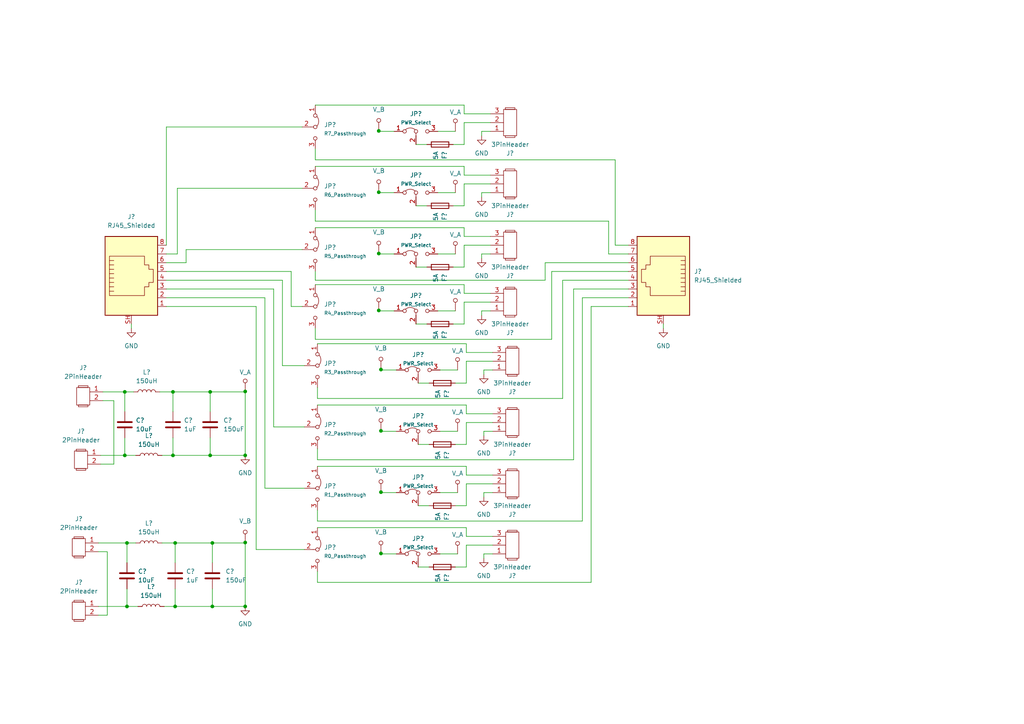
<source format=kicad_sch>
(kicad_sch (version 20211123) (generator eeschema)

  (uuid d70ac28e-6bd8-41c0-b34f-c0302334b1e5)

  (paper "A4")

  (lib_symbols
    (symbol "Connector:RJ45_Shielded" (pin_names (offset 1.016)) (in_bom yes) (on_board yes)
      (property "Reference" "J" (id 0) (at -5.08 13.97 0)
        (effects (font (size 1.27 1.27)) (justify right))
      )
      (property "Value" "RJ45_Shielded" (id 1) (at 2.54 13.97 0)
        (effects (font (size 1.27 1.27)) (justify left))
      )
      (property "Footprint" "" (id 2) (at 0 0.635 90)
        (effects (font (size 1.27 1.27)) hide)
      )
      (property "Datasheet" "~" (id 3) (at 0 0.635 90)
        (effects (font (size 1.27 1.27)) hide)
      )
      (property "ki_keywords" "8P8C RJ female connector" (id 4) (at 0 0 0)
        (effects (font (size 1.27 1.27)) hide)
      )
      (property "ki_description" "RJ connector, 8P8C (8 positions 8 connected), Shielded" (id 5) (at 0 0 0)
        (effects (font (size 1.27 1.27)) hide)
      )
      (property "ki_fp_filters" "8P8C* RJ31* RJ32* RJ33* RJ34* RJ35* RJ41* RJ45* RJ49* RJ61*" (id 6) (at 0 0 0)
        (effects (font (size 1.27 1.27)) hide)
      )
      (symbol "RJ45_Shielded_0_1"
        (polyline
          (pts
            (xy -5.08 4.445)
            (xy -6.35 4.445)
          )
          (stroke (width 0) (type default) (color 0 0 0 0))
          (fill (type none))
        )
        (polyline
          (pts
            (xy -5.08 5.715)
            (xy -6.35 5.715)
          )
          (stroke (width 0) (type default) (color 0 0 0 0))
          (fill (type none))
        )
        (polyline
          (pts
            (xy -6.35 -3.175)
            (xy -5.08 -3.175)
            (xy -5.08 -3.175)
          )
          (stroke (width 0) (type default) (color 0 0 0 0))
          (fill (type none))
        )
        (polyline
          (pts
            (xy -6.35 -1.905)
            (xy -5.08 -1.905)
            (xy -5.08 -1.905)
          )
          (stroke (width 0) (type default) (color 0 0 0 0))
          (fill (type none))
        )
        (polyline
          (pts
            (xy -6.35 -0.635)
            (xy -5.08 -0.635)
            (xy -5.08 -0.635)
          )
          (stroke (width 0) (type default) (color 0 0 0 0))
          (fill (type none))
        )
        (polyline
          (pts
            (xy -6.35 0.635)
            (xy -5.08 0.635)
            (xy -5.08 0.635)
          )
          (stroke (width 0) (type default) (color 0 0 0 0))
          (fill (type none))
        )
        (polyline
          (pts
            (xy -6.35 1.905)
            (xy -5.08 1.905)
            (xy -5.08 1.905)
          )
          (stroke (width 0) (type default) (color 0 0 0 0))
          (fill (type none))
        )
        (polyline
          (pts
            (xy -5.08 3.175)
            (xy -6.35 3.175)
            (xy -6.35 3.175)
          )
          (stroke (width 0) (type default) (color 0 0 0 0))
          (fill (type none))
        )
        (polyline
          (pts
            (xy -6.35 -4.445)
            (xy -6.35 6.985)
            (xy 3.81 6.985)
            (xy 3.81 4.445)
            (xy 5.08 4.445)
            (xy 5.08 3.175)
            (xy 6.35 3.175)
            (xy 6.35 -0.635)
            (xy 5.08 -0.635)
            (xy 5.08 -1.905)
            (xy 3.81 -1.905)
            (xy 3.81 -4.445)
            (xy -6.35 -4.445)
            (xy -6.35 -4.445)
          )
          (stroke (width 0) (type default) (color 0 0 0 0))
          (fill (type none))
        )
        (rectangle (start 7.62 12.7) (end -7.62 -10.16)
          (stroke (width 0.254) (type default) (color 0 0 0 0))
          (fill (type background))
        )
      )
      (symbol "RJ45_Shielded_1_1"
        (pin passive line (at 10.16 -7.62 180) (length 2.54)
          (name "~" (effects (font (size 1.27 1.27))))
          (number "1" (effects (font (size 1.27 1.27))))
        )
        (pin passive line (at 10.16 -5.08 180) (length 2.54)
          (name "~" (effects (font (size 1.27 1.27))))
          (number "2" (effects (font (size 1.27 1.27))))
        )
        (pin passive line (at 10.16 -2.54 180) (length 2.54)
          (name "~" (effects (font (size 1.27 1.27))))
          (number "3" (effects (font (size 1.27 1.27))))
        )
        (pin passive line (at 10.16 0 180) (length 2.54)
          (name "~" (effects (font (size 1.27 1.27))))
          (number "4" (effects (font (size 1.27 1.27))))
        )
        (pin passive line (at 10.16 2.54 180) (length 2.54)
          (name "~" (effects (font (size 1.27 1.27))))
          (number "5" (effects (font (size 1.27 1.27))))
        )
        (pin passive line (at 10.16 5.08 180) (length 2.54)
          (name "~" (effects (font (size 1.27 1.27))))
          (number "6" (effects (font (size 1.27 1.27))))
        )
        (pin passive line (at 10.16 7.62 180) (length 2.54)
          (name "~" (effects (font (size 1.27 1.27))))
          (number "7" (effects (font (size 1.27 1.27))))
        )
        (pin passive line (at 10.16 10.16 180) (length 2.54)
          (name "~" (effects (font (size 1.27 1.27))))
          (number "8" (effects (font (size 1.27 1.27))))
        )
        (pin passive line (at 0 -12.7 90) (length 2.54)
          (name "~" (effects (font (size 1.27 1.27))))
          (number "SH" (effects (font (size 1.27 1.27))))
        )
      )
    )
    (symbol "Custom Components:2PinHeader" (in_bom yes) (on_board yes)
      (property "Reference" "J" (id 0) (at -2.286 -1.27 0)
        (effects (font (size 1.27 1.27)))
      )
      (property "Value" "2PinHeader" (id 1) (at -1.778 -3.048 0)
        (effects (font (size 1.27 1.27)))
      )
      (property "Footprint" "" (id 2) (at 0 0 0)
        (effects (font (size 1.27 1.27)) hide)
      )
      (property "Datasheet" "" (id 3) (at 0 0 0)
        (effects (font (size 1.27 1.27)) hide)
      )
      (symbol "2PinHeader_0_1"
        (rectangle (start -3.81 -5.08) (end 0 -10.16)
          (stroke (width 0) (type default) (color 0 0 0 0))
          (fill (type none))
        )
        (rectangle (start -3.302 -10.16) (end -0.508 -10.668)
          (stroke (width 0) (type default) (color 0 0 0 0))
          (fill (type none))
        )
        (rectangle (start -3.302 -4.572) (end -0.508 -5.08)
          (stroke (width 0) (type default) (color 0 0 0 0))
          (fill (type none))
        )
      )
      (symbol "2PinHeader_1_1"
        (pin bidirectional line (at 3.81 -6.35 180) (length 3.81)
          (name "~" (effects (font (size 1.27 1.27))))
          (number "1" (effects (font (size 1.27 1.27))))
        )
        (pin bidirectional line (at 3.81 -8.89 180) (length 3.81)
          (name "~" (effects (font (size 1.27 1.27))))
          (number "2" (effects (font (size 1.27 1.27))))
        )
      )
    )
    (symbol "Custom Components:3PinHeader" (in_bom yes) (on_board yes)
      (property "Reference" "J" (id 0) (at -2.032 -1.524 0)
        (effects (font (size 1.27 1.27)))
      )
      (property "Value" "3PinHeader" (id 1) (at -1.27 -3.302 0)
        (effects (font (size 1.27 1.27)))
      )
      (property "Footprint" "" (id 2) (at 0 -1.27 0)
        (effects (font (size 1.27 1.27)) hide)
      )
      (property "Datasheet" "" (id 3) (at 0 -1.27 0)
        (effects (font (size 1.27 1.27)) hide)
      )
      (symbol "3PinHeader_0_1"
        (rectangle (start -3.81 -5.08) (end 0 -12.7)
          (stroke (width 0) (type default) (color 0 0 0 0))
          (fill (type none))
        )
        (rectangle (start -3.302 -12.7) (end -0.508 -13.208)
          (stroke (width 0) (type default) (color 0 0 0 0))
          (fill (type none))
        )
        (rectangle (start -3.302 -4.572) (end -0.508 -5.08)
          (stroke (width 0) (type default) (color 0 0 0 0))
          (fill (type none))
        )
      )
      (symbol "3PinHeader_1_1"
        (pin bidirectional line (at 3.81 -6.35 180) (length 3.81)
          (name "~" (effects (font (size 1.27 1.27))))
          (number "1" (effects (font (size 1.27 1.27))))
        )
        (pin bidirectional line (at 3.81 -8.89 180) (length 3.81)
          (name "~" (effects (font (size 1.27 1.27))))
          (number "2" (effects (font (size 1.27 1.27))))
        )
        (pin bidirectional line (at 3.81 -11.43 180) (length 3.81)
          (name "~" (effects (font (size 1.27 1.27))))
          (number "3" (effects (font (size 1.27 1.27))))
        )
      )
    )
    (symbol "Device:C" (pin_numbers hide) (pin_names (offset 0.254)) (in_bom yes) (on_board yes)
      (property "Reference" "C" (id 0) (at 0.635 2.54 0)
        (effects (font (size 1.27 1.27)) (justify left))
      )
      (property "Value" "C" (id 1) (at 0.635 -2.54 0)
        (effects (font (size 1.27 1.27)) (justify left))
      )
      (property "Footprint" "" (id 2) (at 0.9652 -3.81 0)
        (effects (font (size 1.27 1.27)) hide)
      )
      (property "Datasheet" "~" (id 3) (at 0 0 0)
        (effects (font (size 1.27 1.27)) hide)
      )
      (property "ki_keywords" "cap capacitor" (id 4) (at 0 0 0)
        (effects (font (size 1.27 1.27)) hide)
      )
      (property "ki_description" "Unpolarized capacitor" (id 5) (at 0 0 0)
        (effects (font (size 1.27 1.27)) hide)
      )
      (property "ki_fp_filters" "C_*" (id 6) (at 0 0 0)
        (effects (font (size 1.27 1.27)) hide)
      )
      (symbol "C_0_1"
        (polyline
          (pts
            (xy -2.032 -0.762)
            (xy 2.032 -0.762)
          )
          (stroke (width 0.508) (type default) (color 0 0 0 0))
          (fill (type none))
        )
        (polyline
          (pts
            (xy -2.032 0.762)
            (xy 2.032 0.762)
          )
          (stroke (width 0.508) (type default) (color 0 0 0 0))
          (fill (type none))
        )
      )
      (symbol "C_1_1"
        (pin passive line (at 0 3.81 270) (length 2.794)
          (name "~" (effects (font (size 1.27 1.27))))
          (number "1" (effects (font (size 1.27 1.27))))
        )
        (pin passive line (at 0 -3.81 90) (length 2.794)
          (name "~" (effects (font (size 1.27 1.27))))
          (number "2" (effects (font (size 1.27 1.27))))
        )
      )
    )
    (symbol "Device:Fuse" (pin_numbers hide) (pin_names (offset 0)) (in_bom yes) (on_board yes)
      (property "Reference" "F" (id 0) (at 2.032 0 90)
        (effects (font (size 1.27 1.27)))
      )
      (property "Value" "Fuse" (id 1) (at -1.905 0 90)
        (effects (font (size 1.27 1.27)))
      )
      (property "Footprint" "" (id 2) (at -1.778 0 90)
        (effects (font (size 1.27 1.27)) hide)
      )
      (property "Datasheet" "~" (id 3) (at 0 0 0)
        (effects (font (size 1.27 1.27)) hide)
      )
      (property "ki_keywords" "fuse" (id 4) (at 0 0 0)
        (effects (font (size 1.27 1.27)) hide)
      )
      (property "ki_description" "Fuse" (id 5) (at 0 0 0)
        (effects (font (size 1.27 1.27)) hide)
      )
      (property "ki_fp_filters" "*Fuse*" (id 6) (at 0 0 0)
        (effects (font (size 1.27 1.27)) hide)
      )
      (symbol "Fuse_0_1"
        (rectangle (start -0.762 -2.54) (end 0.762 2.54)
          (stroke (width 0.254) (type default) (color 0 0 0 0))
          (fill (type none))
        )
        (polyline
          (pts
            (xy 0 2.54)
            (xy 0 -2.54)
          )
          (stroke (width 0) (type default) (color 0 0 0 0))
          (fill (type none))
        )
      )
      (symbol "Fuse_1_1"
        (pin passive line (at 0 3.81 270) (length 1.27)
          (name "~" (effects (font (size 1.27 1.27))))
          (number "1" (effects (font (size 1.27 1.27))))
        )
        (pin passive line (at 0 -3.81 90) (length 1.27)
          (name "~" (effects (font (size 1.27 1.27))))
          (number "2" (effects (font (size 1.27 1.27))))
        )
      )
    )
    (symbol "Device:L" (pin_numbers hide) (pin_names (offset 1.016) hide) (in_bom yes) (on_board yes)
      (property "Reference" "L" (id 0) (at -1.27 0 90)
        (effects (font (size 1.27 1.27)))
      )
      (property "Value" "L" (id 1) (at 1.905 0 90)
        (effects (font (size 1.27 1.27)))
      )
      (property "Footprint" "" (id 2) (at 0 0 0)
        (effects (font (size 1.27 1.27)) hide)
      )
      (property "Datasheet" "~" (id 3) (at 0 0 0)
        (effects (font (size 1.27 1.27)) hide)
      )
      (property "ki_keywords" "inductor choke coil reactor magnetic" (id 4) (at 0 0 0)
        (effects (font (size 1.27 1.27)) hide)
      )
      (property "ki_description" "Inductor" (id 5) (at 0 0 0)
        (effects (font (size 1.27 1.27)) hide)
      )
      (property "ki_fp_filters" "Choke_* *Coil* Inductor_* L_*" (id 6) (at 0 0 0)
        (effects (font (size 1.27 1.27)) hide)
      )
      (symbol "L_0_1"
        (arc (start 0 -2.54) (mid 0.635 -1.905) (end 0 -1.27)
          (stroke (width 0) (type default) (color 0 0 0 0))
          (fill (type none))
        )
        (arc (start 0 -1.27) (mid 0.635 -0.635) (end 0 0)
          (stroke (width 0) (type default) (color 0 0 0 0))
          (fill (type none))
        )
        (arc (start 0 0) (mid 0.635 0.635) (end 0 1.27)
          (stroke (width 0) (type default) (color 0 0 0 0))
          (fill (type none))
        )
        (arc (start 0 1.27) (mid 0.635 1.905) (end 0 2.54)
          (stroke (width 0) (type default) (color 0 0 0 0))
          (fill (type none))
        )
      )
      (symbol "L_1_1"
        (pin passive line (at 0 3.81 270) (length 1.27)
          (name "1" (effects (font (size 1.27 1.27))))
          (number "1" (effects (font (size 1.27 1.27))))
        )
        (pin passive line (at 0 -3.81 90) (length 1.27)
          (name "2" (effects (font (size 1.27 1.27))))
          (number "2" (effects (font (size 1.27 1.27))))
        )
      )
    )
    (symbol "Jumper:Jumper_3_Bridged12" (pin_names (offset 0) hide) (in_bom yes) (on_board yes)
      (property "Reference" "JP" (id 0) (at -2.54 -2.54 0)
        (effects (font (size 1.27 1.27)))
      )
      (property "Value" "Jumper_3_Bridged12" (id 1) (at 0 2.794 0)
        (effects (font (size 1.27 1.27)))
      )
      (property "Footprint" "" (id 2) (at 0 0 0)
        (effects (font (size 1.27 1.27)) hide)
      )
      (property "Datasheet" "~" (id 3) (at 0 0 0)
        (effects (font (size 1.27 1.27)) hide)
      )
      (property "ki_keywords" "Jumper SPDT" (id 4) (at 0 0 0)
        (effects (font (size 1.27 1.27)) hide)
      )
      (property "ki_description" "Jumper, 3-pole, pins 1+2 closed/bridged" (id 5) (at 0 0 0)
        (effects (font (size 1.27 1.27)) hide)
      )
      (property "ki_fp_filters" "Jumper* TestPoint*3Pads* TestPoint*Bridge*" (id 6) (at 0 0 0)
        (effects (font (size 1.27 1.27)) hide)
      )
      (symbol "Jumper_3_Bridged12_0_0"
        (circle (center -3.302 0) (radius 0.508)
          (stroke (width 0) (type default) (color 0 0 0 0))
          (fill (type none))
        )
        (circle (center 0 0) (radius 0.508)
          (stroke (width 0) (type default) (color 0 0 0 0))
          (fill (type none))
        )
        (circle (center 3.302 0) (radius 0.508)
          (stroke (width 0) (type default) (color 0 0 0 0))
          (fill (type none))
        )
      )
      (symbol "Jumper_3_Bridged12_0_1"
        (arc (start -0.254 0.508) (mid -1.651 0.9912) (end -3.048 0.508)
          (stroke (width 0) (type default) (color 0 0 0 0))
          (fill (type none))
        )
        (polyline
          (pts
            (xy 0 -1.27)
            (xy 0 -0.508)
          )
          (stroke (width 0) (type default) (color 0 0 0 0))
          (fill (type none))
        )
      )
      (symbol "Jumper_3_Bridged12_1_1"
        (pin passive line (at -6.35 0 0) (length 2.54)
          (name "A" (effects (font (size 1.27 1.27))))
          (number "1" (effects (font (size 1.27 1.27))))
        )
        (pin passive line (at 0 -3.81 90) (length 2.54)
          (name "C" (effects (font (size 1.27 1.27))))
          (number "2" (effects (font (size 1.27 1.27))))
        )
        (pin passive line (at 6.35 0 180) (length 2.54)
          (name "B" (effects (font (size 1.27 1.27))))
          (number "3" (effects (font (size 1.27 1.27))))
        )
      )
    )
    (symbol "Power_symbols:V_A" (power) (in_bom no) (on_board no)
      (property "Reference" "#PWR" (id 0) (at 0 3.048 0)
        (effects (font (size 1.27 1.27)) hide)
      )
      (property "Value" "V_A" (id 1) (at 0 3.048 0)
        (effects (font (size 1.27 1.27)))
      )
      (property "Footprint" "" (id 2) (at 0 3.048 0)
        (effects (font (size 1.27 1.27)) hide)
      )
      (property "Datasheet" "" (id 3) (at 0 3.048 0)
        (effects (font (size 1.27 1.27)) hide)
      )
      (symbol "V_A_0_1"
        (circle (center 0 1.27) (radius 0.568)
          (stroke (width 0) (type default) (color 0 0 0 0))
          (fill (type none))
        )
      )
      (symbol "V_A_1_1"
        (pin power_out line (at 0 -1.778 90) (length 2.54)
          (name "" (effects (font (size 1.27 1.27))))
          (number "" (effects (font (size 1.27 1.27))))
        )
      )
    )
    (symbol "Power_symbols:V_B" (power) (in_bom no) (on_board no)
      (property "Reference" "#PWR021" (id 0) (at 0.254 1.778 0)
        (effects (font (size 1.27 1.27)) hide)
      )
      (property "Value" "V_B" (id 1) (at 0 2.54 0)
        (effects (font (size 1.27 1.27)))
      )
      (property "Footprint" "" (id 2) (at 0.254 1.778 0)
        (effects (font (size 1.27 1.27)) hide)
      )
      (property "Datasheet" "" (id 3) (at 0.254 1.778 0)
        (effects (font (size 1.27 1.27)) hide)
      )
      (symbol "V_B_0_1"
        (circle (center 0 0) (radius 0.568)
          (stroke (width 0) (type default) (color 0 0 0 0))
          (fill (type none))
        )
      )
      (symbol "V_B_1_1"
        (pin power_out line (at 0 -3.048 90) (length 2.54)
          (name "" (effects (font (size 1.27 1.27))))
          (number "" (effects (font (size 1.27 1.27))))
        )
      )
    )
    (symbol "power:GND" (power) (pin_names (offset 0)) (in_bom yes) (on_board yes)
      (property "Reference" "#PWR" (id 0) (at 0 -6.35 0)
        (effects (font (size 1.27 1.27)) hide)
      )
      (property "Value" "GND" (id 1) (at 0 -3.81 0)
        (effects (font (size 1.27 1.27)))
      )
      (property "Footprint" "" (id 2) (at 0 0 0)
        (effects (font (size 1.27 1.27)) hide)
      )
      (property "Datasheet" "" (id 3) (at 0 0 0)
        (effects (font (size 1.27 1.27)) hide)
      )
      (property "ki_keywords" "power-flag" (id 4) (at 0 0 0)
        (effects (font (size 1.27 1.27)) hide)
      )
      (property "ki_description" "Power symbol creates a global label with name \"GND\" , ground" (id 5) (at 0 0 0)
        (effects (font (size 1.27 1.27)) hide)
      )
      (symbol "GND_0_1"
        (polyline
          (pts
            (xy 0 0)
            (xy 0 -1.27)
            (xy 1.27 -1.27)
            (xy 0 -2.54)
            (xy -1.27 -1.27)
            (xy 0 -1.27)
          )
          (stroke (width 0) (type default) (color 0 0 0 0))
          (fill (type none))
        )
      )
      (symbol "GND_1_1"
        (pin power_in line (at 0 0 270) (length 0) hide
          (name "GND" (effects (font (size 1.27 1.27))))
          (number "1" (effects (font (size 1.27 1.27))))
        )
      )
    )
  )

  (junction (at 110.49 124.968) (diameter 0) (color 0 0 0 0)
    (uuid 0bea9ad3-9f7a-4585-aaa4-f7f6ca454448)
  )
  (junction (at 110.49 142.748) (diameter 0) (color 0 0 0 0)
    (uuid 1ffd8094-3190-4881-9bf0-04d186598331)
  )
  (junction (at 36.195 132.08) (diameter 0) (color 0 0 0 0)
    (uuid 23173c63-0f38-4338-bad5-b80122c6b41c)
  )
  (junction (at 36.195 113.665) (diameter 0) (color 0 0 0 0)
    (uuid 32bd32ac-3e83-44cd-a3fb-28dd58cbc40f)
  )
  (junction (at 50.8 157.48) (diameter 0) (color 0 0 0 0)
    (uuid 3a96f114-92f4-4016-8b74-7b4bdef4cd21)
  )
  (junction (at 50.165 132.08) (diameter 0) (color 0 0 0 0)
    (uuid 46757834-fb99-4eb7-97a0-788eba549981)
  )
  (junction (at 110.49 107.188) (diameter 0) (color 0 0 0 0)
    (uuid 545c2510-703b-4047-a58f-26780a554de1)
  )
  (junction (at 60.96 132.08) (diameter 0) (color 0 0 0 0)
    (uuid 5543b9d2-e9ef-4fff-951a-a7ac213bd68d)
  )
  (junction (at 109.855 90.043) (diameter 0) (color 0 0 0 0)
    (uuid 70509a2c-f409-449d-bb99-d0765f8936ee)
  )
  (junction (at 60.96 113.665) (diameter 0) (color 0 0 0 0)
    (uuid 7b2e0894-153c-47b6-aacb-dfe0b9909ce9)
  )
  (junction (at 71.12 113.538) (diameter 0) (color 0 0 0 0)
    (uuid 7b646734-5cd2-4824-9235-166c86d77ed9)
  )
  (junction (at 109.855 37.973) (diameter 0) (color 0 0 0 0)
    (uuid 7b71d456-9190-4cc0-8da9-2dce4b1eb156)
  )
  (junction (at 50.8 175.895) (diameter 0) (color 0 0 0 0)
    (uuid 85962cd9-1a8f-407c-8908-915c99d32491)
  )
  (junction (at 61.595 175.895) (diameter 0) (color 0 0 0 0)
    (uuid 8de6b56b-7a63-470a-94a4-065eb4d27198)
  )
  (junction (at 71.12 175.895) (diameter 0) (color 0 0 0 0)
    (uuid 8ea8b309-5687-4811-955b-10000b381d6e)
  )
  (junction (at 109.855 73.533) (diameter 0) (color 0 0 0 0)
    (uuid 913b3f74-94f8-45dc-8d8e-88dfd5f36128)
  )
  (junction (at 36.83 157.48) (diameter 0) (color 0 0 0 0)
    (uuid 96e6efc2-701c-41b2-9bb2-db634651c022)
  )
  (junction (at 61.595 157.48) (diameter 0) (color 0 0 0 0)
    (uuid ab1fb03d-9464-4a55-93ab-73df85dc83bd)
  )
  (junction (at 36.83 175.895) (diameter 0) (color 0 0 0 0)
    (uuid b53cef02-ae64-491c-9c31-f24cb0719558)
  )
  (junction (at 50.165 113.665) (diameter 0) (color 0 0 0 0)
    (uuid c152fa3e-1b01-41ca-8f8d-1ec0f93bb668)
  )
  (junction (at 110.49 160.528) (diameter 0) (color 0 0 0 0)
    (uuid d5f1f182-1545-49d3-b27c-bc1e750ef264)
  )
  (junction (at 71.12 132.08) (diameter 0) (color 0 0 0 0)
    (uuid dba21963-2fdf-4ee6-8ee4-c5202445dd4a)
  )
  (junction (at 71.12 157.353) (diameter 0) (color 0 0 0 0)
    (uuid e81be1f8-e1f9-4168-9fad-83d136e9f2aa)
  )
  (junction (at 109.855 55.753) (diameter 0) (color 0 0 0 0)
    (uuid ffc0c70a-37dd-4476-a076-947fa5dbac32)
  )

  (wire (pts (xy 110.49 107.315) (xy 114.935 107.315))
    (stroke (width 0) (type default) (color 0 0 0 0))
    (uuid 0131a345-a3cb-4636-a92f-a9079f35d716)
  )
  (wire (pts (xy 160.02 98.425) (xy 160.02 78.74))
    (stroke (width 0) (type default) (color 0 0 0 0))
    (uuid 06140fa5-5dbe-4d35-96ff-5032e9e69a68)
  )
  (wire (pts (xy 142.875 140.335) (xy 135.255 140.335))
    (stroke (width 0) (type default) (color 0 0 0 0))
    (uuid 067441ac-fe81-4231-bc92-c1f7ad45638e)
  )
  (wire (pts (xy 109.855 90.043) (xy 109.855 90.17))
    (stroke (width 0) (type default) (color 0 0 0 0))
    (uuid 083d7300-9d03-43fa-8673-aaa7e857ba6b)
  )
  (wire (pts (xy 182.245 71.12) (xy 178.435 71.12))
    (stroke (width 0) (type default) (color 0 0 0 0))
    (uuid 08adc883-d977-43f2-992f-2ebba156db1e)
  )
  (wire (pts (xy 40.005 175.895) (xy 36.83 175.895))
    (stroke (width 0) (type default) (color 0 0 0 0))
    (uuid 0a06764f-5351-4e66-afea-6c1cb67944a4)
  )
  (wire (pts (xy 171.45 168.91) (xy 171.45 88.9))
    (stroke (width 0) (type default) (color 0 0 0 0))
    (uuid 0d44edc3-a3b8-44f7-8a3b-7a98e31bcc53)
  )
  (wire (pts (xy 142.875 122.555) (xy 135.255 122.555))
    (stroke (width 0) (type default) (color 0 0 0 0))
    (uuid 0e6df7d1-bd7f-4a5b-824c-05d1fe0f6d3c)
  )
  (wire (pts (xy 36.83 170.815) (xy 36.83 175.895))
    (stroke (width 0) (type default) (color 0 0 0 0))
    (uuid 0fefc9c3-b1f8-4a4d-9e08-3fc9cec3dec8)
  )
  (wire (pts (xy 92.075 153.035) (xy 135.255 153.035))
    (stroke (width 0) (type default) (color 0 0 0 0))
    (uuid 113f55db-84be-4cc9-a7f5-1a068dd6d150)
  )
  (wire (pts (xy 92.075 168.91) (xy 171.45 168.91))
    (stroke (width 0) (type default) (color 0 0 0 0))
    (uuid 11673b9b-75b9-4752-bd35-0e5ff6216fa6)
  )
  (wire (pts (xy 132.08 164.465) (xy 135.255 164.465))
    (stroke (width 0) (type default) (color 0 0 0 0))
    (uuid 12d74f38-1248-4332-a724-514749081508)
  )
  (wire (pts (xy 60.96 113.665) (xy 60.96 119.38))
    (stroke (width 0) (type default) (color 0 0 0 0))
    (uuid 140f7ed8-b955-4336-9883-e197e2449dfd)
  )
  (wire (pts (xy 166.37 133.35) (xy 166.37 83.82))
    (stroke (width 0) (type default) (color 0 0 0 0))
    (uuid 150321c0-5cfb-4a87-a96c-15d4d787b7be)
  )
  (wire (pts (xy 134.62 35.56) (xy 134.62 41.91))
    (stroke (width 0) (type default) (color 0 0 0 0))
    (uuid 189b9a98-e45a-40b8-9c53-84d5657cb787)
  )
  (wire (pts (xy 91.44 82.55) (xy 134.62 82.55))
    (stroke (width 0) (type default) (color 0 0 0 0))
    (uuid 19ca5a6c-79a8-42dc-b3cb-e89dfac61762)
  )
  (wire (pts (xy 110.49 124.968) (xy 110.49 125.095))
    (stroke (width 0) (type default) (color 0 0 0 0))
    (uuid 1b71493e-a595-4413-a89d-f9d044fbf486)
  )
  (wire (pts (xy 92.075 151.13) (xy 92.075 147.955))
    (stroke (width 0) (type default) (color 0 0 0 0))
    (uuid 1cd92fca-c12f-48fa-b5ab-20cde1016481)
  )
  (wire (pts (xy 38.1 93.98) (xy 38.1 95.25))
    (stroke (width 0) (type default) (color 0 0 0 0))
    (uuid 1f151d72-1afb-411c-aed6-734cc1b9cb52)
  )
  (wire (pts (xy 135.255 104.775) (xy 135.255 111.125))
    (stroke (width 0) (type default) (color 0 0 0 0))
    (uuid 222f4002-03b9-48f7-9588-d73cf0ed742f)
  )
  (wire (pts (xy 135.255 117.475) (xy 135.255 120.015))
    (stroke (width 0) (type default) (color 0 0 0 0))
    (uuid 231aecb7-7111-4be8-9562-00b437a5b813)
  )
  (wire (pts (xy 127 73.66) (xy 132.08 73.66))
    (stroke (width 0) (type default) (color 0 0 0 0))
    (uuid 23e088a9-4452-48fc-95d5-f6b8727ddfb9)
  )
  (wire (pts (xy 120.65 59.69) (xy 123.825 59.69))
    (stroke (width 0) (type default) (color 0 0 0 0))
    (uuid 24b9e3c8-ecdd-48f0-9a05-3e1161a2f6fe)
  )
  (wire (pts (xy 92.075 151.13) (xy 168.91 151.13))
    (stroke (width 0) (type default) (color 0 0 0 0))
    (uuid 24d245a5-7070-4c0d-b07f-04a275df816a)
  )
  (wire (pts (xy 121.285 164.465) (xy 124.46 164.465))
    (stroke (width 0) (type default) (color 0 0 0 0))
    (uuid 286f1e5a-d091-4f79-8451-b1e9f01c9a4d)
  )
  (wire (pts (xy 48.26 86.36) (xy 76.835 86.36))
    (stroke (width 0) (type default) (color 0 0 0 0))
    (uuid 29b24e0f-0ccc-489f-88f6-f7b42bb2d5f8)
  )
  (wire (pts (xy 29.845 116.205) (xy 33.02 116.205))
    (stroke (width 0) (type default) (color 0 0 0 0))
    (uuid 2a831562-7fbe-416b-a021-b776a3cef613)
  )
  (wire (pts (xy 36.195 113.665) (xy 38.735 113.665))
    (stroke (width 0) (type default) (color 0 0 0 0))
    (uuid 2af10f69-ca06-4859-96c5-4e7c3a8b559d)
  )
  (wire (pts (xy 140.335 161.925) (xy 140.335 160.655))
    (stroke (width 0) (type default) (color 0 0 0 0))
    (uuid 2b1f06fe-f28e-4276-9165-f33172aa186f)
  )
  (wire (pts (xy 33.02 134.62) (xy 29.21 134.62))
    (stroke (width 0) (type default) (color 0 0 0 0))
    (uuid 2b7f5c47-1668-426e-9758-394ab62ab929)
  )
  (wire (pts (xy 50.165 113.665) (xy 60.96 113.665))
    (stroke (width 0) (type default) (color 0 0 0 0))
    (uuid 2c50e78b-2db1-4ce8-832f-fa1ca0d46724)
  )
  (wire (pts (xy 140.335 107.315) (xy 142.875 107.315))
    (stroke (width 0) (type default) (color 0 0 0 0))
    (uuid 2c7ee88b-5d23-49e4-a1c0-6bed607f7dd6)
  )
  (wire (pts (xy 71.12 175.895) (xy 61.595 175.895))
    (stroke (width 0) (type default) (color 0 0 0 0))
    (uuid 2d28f995-bc23-49b3-8008-d22110fbbbdd)
  )
  (wire (pts (xy 127 55.88) (xy 132.08 55.88))
    (stroke (width 0) (type default) (color 0 0 0 0))
    (uuid 2f142ce5-c49f-455c-87be-5e5dad3009df)
  )
  (wire (pts (xy 109.855 89.535) (xy 109.855 90.043))
    (stroke (width 0) (type default) (color 0 0 0 0))
    (uuid 3a99a047-c88f-4df4-a254-6dcf15cc8fca)
  )
  (wire (pts (xy 109.855 38.1) (xy 114.3 38.1))
    (stroke (width 0) (type default) (color 0 0 0 0))
    (uuid 3af14e54-4512-423f-aabc-ce49b00d4457)
  )
  (wire (pts (xy 134.62 85.09) (xy 142.24 85.09))
    (stroke (width 0) (type default) (color 0 0 0 0))
    (uuid 3b1af0d2-c967-49c8-abfe-09c16619cfc1)
  )
  (wire (pts (xy 91.44 48.26) (xy 134.62 48.26))
    (stroke (width 0) (type default) (color 0 0 0 0))
    (uuid 3b3a9f4b-ad92-4302-828a-ff1091bba8df)
  )
  (wire (pts (xy 71.12 132.08) (xy 60.96 132.08))
    (stroke (width 0) (type default) (color 0 0 0 0))
    (uuid 3ccd3529-1aa2-41dd-9d30-d4f8cfd9800c)
  )
  (wire (pts (xy 92.075 117.475) (xy 135.255 117.475))
    (stroke (width 0) (type default) (color 0 0 0 0))
    (uuid 3d691d27-2454-4c1e-8711-cfd216d73290)
  )
  (wire (pts (xy 110.49 107.188) (xy 110.49 107.315))
    (stroke (width 0) (type default) (color 0 0 0 0))
    (uuid 3fa3bbea-7820-4f2b-9c97-ad55517db4b4)
  )
  (wire (pts (xy 91.44 66.04) (xy 134.62 66.04))
    (stroke (width 0) (type default) (color 0 0 0 0))
    (uuid 40ddd200-1887-49bc-a497-551463790a0b)
  )
  (wire (pts (xy 139.7 39.37) (xy 139.7 38.1))
    (stroke (width 0) (type default) (color 0 0 0 0))
    (uuid 420580aa-915a-44ec-924a-a9e31a72a851)
  )
  (wire (pts (xy 140.335 108.585) (xy 140.335 107.315))
    (stroke (width 0) (type default) (color 0 0 0 0))
    (uuid 4351b12f-3f1c-4362-bb31-d1239ba9d429)
  )
  (wire (pts (xy 79.375 123.825) (xy 88.265 123.825))
    (stroke (width 0) (type default) (color 0 0 0 0))
    (uuid 4379c6c7-5bb2-4cb7-a8d5-41d3a402b045)
  )
  (wire (pts (xy 84.455 88.9) (xy 87.63 88.9))
    (stroke (width 0) (type default) (color 0 0 0 0))
    (uuid 43c41f62-f6d8-488c-9c33-5033f1923488)
  )
  (wire (pts (xy 91.44 30.48) (xy 134.62 30.48))
    (stroke (width 0) (type default) (color 0 0 0 0))
    (uuid 44e8b297-d9c5-4068-a8fd-959ce4ce6a34)
  )
  (wire (pts (xy 110.49 160.528) (xy 110.49 160.655))
    (stroke (width 0) (type default) (color 0 0 0 0))
    (uuid 45cc8ef4-e987-4794-a74c-b982da1847b6)
  )
  (wire (pts (xy 178.435 46.355) (xy 91.44 46.355))
    (stroke (width 0) (type default) (color 0 0 0 0))
    (uuid 46780c53-32f4-4170-ae8d-f096325eeb41)
  )
  (wire (pts (xy 110.49 160.655) (xy 114.935 160.655))
    (stroke (width 0) (type default) (color 0 0 0 0))
    (uuid 4acd87f4-aefb-4c4a-a9d4-2676796ff958)
  )
  (wire (pts (xy 71.12 113.665) (xy 71.12 132.08))
    (stroke (width 0) (type default) (color 0 0 0 0))
    (uuid 4b44efab-2da2-40ca-8b7a-a5c1b9785232)
  )
  (wire (pts (xy 48.26 71.12) (xy 48.26 36.83))
    (stroke (width 0) (type default) (color 0 0 0 0))
    (uuid 4ba00e69-453a-40e1-83bb-86a946e1288e)
  )
  (wire (pts (xy 127.635 142.875) (xy 132.715 142.875))
    (stroke (width 0) (type default) (color 0 0 0 0))
    (uuid 4ba48c56-79f4-4246-b6c0-766a6f0085e4)
  )
  (wire (pts (xy 127.635 160.655) (xy 132.715 160.655))
    (stroke (width 0) (type default) (color 0 0 0 0))
    (uuid 4c679821-16dc-4827-8f7e-264a5e5bddc1)
  )
  (wire (pts (xy 168.91 151.13) (xy 168.91 86.36))
    (stroke (width 0) (type default) (color 0 0 0 0))
    (uuid 4ce93217-a87d-43fe-812f-631552c3b2b6)
  )
  (wire (pts (xy 132.08 146.685) (xy 135.255 146.685))
    (stroke (width 0) (type default) (color 0 0 0 0))
    (uuid 4dfb4576-b052-4b7e-8ef3-d965bea1c6ba)
  )
  (wire (pts (xy 109.855 55.245) (xy 109.855 55.753))
    (stroke (width 0) (type default) (color 0 0 0 0))
    (uuid 4f028566-b26a-4aaa-839e-31677f520923)
  )
  (wire (pts (xy 61.595 175.895) (xy 50.8 175.895))
    (stroke (width 0) (type default) (color 0 0 0 0))
    (uuid 4fc82f73-a6de-4890-9650-25f0c0b1c060)
  )
  (wire (pts (xy 127 90.17) (xy 132.08 90.17))
    (stroke (width 0) (type default) (color 0 0 0 0))
    (uuid 5374a9e3-ca62-4509-b59f-e7c767653408)
  )
  (wire (pts (xy 109.855 73.66) (xy 114.3 73.66))
    (stroke (width 0) (type default) (color 0 0 0 0))
    (uuid 551fb827-4617-4f5c-b474-75232c4e7aa3)
  )
  (wire (pts (xy 74.295 88.9) (xy 74.295 159.385))
    (stroke (width 0) (type default) (color 0 0 0 0))
    (uuid 554840ad-e297-4f9d-b25a-317785f60a8d)
  )
  (wire (pts (xy 61.595 170.815) (xy 61.595 175.895))
    (stroke (width 0) (type default) (color 0 0 0 0))
    (uuid 55761924-409e-43f2-aff5-ac68ffd46df7)
  )
  (wire (pts (xy 139.7 73.66) (xy 142.24 73.66))
    (stroke (width 0) (type default) (color 0 0 0 0))
    (uuid 564ae225-e485-4f32-9cf1-563f69a6b01d)
  )
  (wire (pts (xy 139.7 91.44) (xy 139.7 90.17))
    (stroke (width 0) (type default) (color 0 0 0 0))
    (uuid 566701db-bfe3-4aa9-9091-e9900f12cff9)
  )
  (wire (pts (xy 166.37 83.82) (xy 182.245 83.82))
    (stroke (width 0) (type default) (color 0 0 0 0))
    (uuid 57f411b1-fce1-4c1a-a7a2-4041b9083a85)
  )
  (wire (pts (xy 135.255 155.575) (xy 142.875 155.575))
    (stroke (width 0) (type default) (color 0 0 0 0))
    (uuid 59f3372a-0ed0-4e88-91bb-61140a80c2c4)
  )
  (wire (pts (xy 31.115 178.435) (xy 28.575 178.435))
    (stroke (width 0) (type default) (color 0 0 0 0))
    (uuid 5a4f8e29-dcad-4a22-8348-c7593aba7d1e)
  )
  (wire (pts (xy 91.44 98.425) (xy 160.02 98.425))
    (stroke (width 0) (type default) (color 0 0 0 0))
    (uuid 5c181704-a385-431d-9509-a2ce398984a6)
  )
  (wire (pts (xy 110.49 142.875) (xy 114.935 142.875))
    (stroke (width 0) (type default) (color 0 0 0 0))
    (uuid 5c1a763b-8483-4a66-a15f-94f48a30f123)
  )
  (wire (pts (xy 142.875 158.115) (xy 135.255 158.115))
    (stroke (width 0) (type default) (color 0 0 0 0))
    (uuid 5c40253b-5e1a-4e5a-a902-771200ff0215)
  )
  (wire (pts (xy 134.62 30.48) (xy 134.62 33.02))
    (stroke (width 0) (type default) (color 0 0 0 0))
    (uuid 5e8f44e4-9086-44db-8295-16d7da0ca5ce)
  )
  (wire (pts (xy 61.595 157.48) (xy 61.595 163.195))
    (stroke (width 0) (type default) (color 0 0 0 0))
    (uuid 5f7bb7dd-c0fc-4be8-b07c-5c018bf289ae)
  )
  (wire (pts (xy 76.835 86.36) (xy 76.835 141.605))
    (stroke (width 0) (type default) (color 0 0 0 0))
    (uuid 5fe5f232-8ec4-4286-afc4-5977e87c2e90)
  )
  (wire (pts (xy 134.62 68.58) (xy 142.24 68.58))
    (stroke (width 0) (type default) (color 0 0 0 0))
    (uuid 614b8c8e-72dd-41df-a7f0-ee8c33a90f9f)
  )
  (wire (pts (xy 60.96 113.665) (xy 71.12 113.665))
    (stroke (width 0) (type default) (color 0 0 0 0))
    (uuid 622f55df-286f-40f4-81e9-ed5015ddadec)
  )
  (wire (pts (xy 48.26 83.82) (xy 79.375 83.82))
    (stroke (width 0) (type default) (color 0 0 0 0))
    (uuid 64ab548c-17f1-4114-9f70-b77e000a1e91)
  )
  (wire (pts (xy 171.45 88.9) (xy 182.245 88.9))
    (stroke (width 0) (type default) (color 0 0 0 0))
    (uuid 64f29c5e-c08d-4fb7-95bb-d202a9fa160c)
  )
  (wire (pts (xy 139.7 57.15) (xy 139.7 55.88))
    (stroke (width 0) (type default) (color 0 0 0 0))
    (uuid 6591b933-4da1-436b-a77a-bb87c4fbd35e)
  )
  (wire (pts (xy 158.115 76.2) (xy 182.245 76.2))
    (stroke (width 0) (type default) (color 0 0 0 0))
    (uuid 667bbf15-1d8c-4976-be09-df6a818573be)
  )
  (wire (pts (xy 29.845 113.665) (xy 36.195 113.665))
    (stroke (width 0) (type default) (color 0 0 0 0))
    (uuid 67dd4e93-db5d-4be3-befe-5b5daae895f8)
  )
  (wire (pts (xy 139.7 55.88) (xy 142.24 55.88))
    (stroke (width 0) (type default) (color 0 0 0 0))
    (uuid 680698ff-3a1f-48af-9d1b-ddeefb670250)
  )
  (wire (pts (xy 50.165 132.08) (xy 46.99 132.08))
    (stroke (width 0) (type default) (color 0 0 0 0))
    (uuid 6bd6feae-c11e-43b3-812e-71d73f8e0daf)
  )
  (wire (pts (xy 109.855 55.753) (xy 109.855 55.88))
    (stroke (width 0) (type default) (color 0 0 0 0))
    (uuid 6c320019-dc8e-42a8-bfda-5c850ecd927a)
  )
  (wire (pts (xy 178.435 71.12) (xy 178.435 46.355))
    (stroke (width 0) (type default) (color 0 0 0 0))
    (uuid 6c323a3c-ace9-4d5b-a444-0e7b88f6c7d1)
  )
  (wire (pts (xy 31.115 160.02) (xy 31.115 178.435))
    (stroke (width 0) (type default) (color 0 0 0 0))
    (uuid 6d06fcc4-e29d-4b41-b763-3e0d93819582)
  )
  (wire (pts (xy 121.285 111.125) (xy 124.46 111.125))
    (stroke (width 0) (type default) (color 0 0 0 0))
    (uuid 6f6526fa-19cc-45e4-9890-cdd44d2ea2b3)
  )
  (wire (pts (xy 81.915 81.28) (xy 81.915 106.045))
    (stroke (width 0) (type default) (color 0 0 0 0))
    (uuid 6fdbbb57-df48-4265-9cd1-5b20e2137db3)
  )
  (wire (pts (xy 81.915 106.045) (xy 88.265 106.045))
    (stroke (width 0) (type default) (color 0 0 0 0))
    (uuid 7204f3d0-d059-428d-b619-5c04f126cf52)
  )
  (wire (pts (xy 139.7 90.17) (xy 142.24 90.17))
    (stroke (width 0) (type default) (color 0 0 0 0))
    (uuid 73011d3a-485d-4e95-ac6a-14f09ef2c2f1)
  )
  (wire (pts (xy 109.855 90.17) (xy 114.3 90.17))
    (stroke (width 0) (type default) (color 0 0 0 0))
    (uuid 73dd2978-390a-45b9-95ef-093556229664)
  )
  (wire (pts (xy 131.445 41.91) (xy 134.62 41.91))
    (stroke (width 0) (type default) (color 0 0 0 0))
    (uuid 74dc0d29-dc19-4b03-befe-477bea47a797)
  )
  (wire (pts (xy 92.075 99.695) (xy 135.255 99.695))
    (stroke (width 0) (type default) (color 0 0 0 0))
    (uuid 7668f78b-cf73-4d55-b3b0-4214e9e0f5ca)
  )
  (wire (pts (xy 33.02 116.205) (xy 33.02 134.62))
    (stroke (width 0) (type default) (color 0 0 0 0))
    (uuid 78475931-c7c5-436c-a41d-81ad4145df18)
  )
  (wire (pts (xy 140.335 142.875) (xy 142.875 142.875))
    (stroke (width 0) (type default) (color 0 0 0 0))
    (uuid 78c7d149-2df0-4185-aaff-a604de070d72)
  )
  (wire (pts (xy 127 38.1) (xy 132.08 38.1))
    (stroke (width 0) (type default) (color 0 0 0 0))
    (uuid 79a404d3-d1c5-4043-bd05-8671080b73c1)
  )
  (wire (pts (xy 74.295 159.385) (xy 88.265 159.385))
    (stroke (width 0) (type default) (color 0 0 0 0))
    (uuid 7ee9b1c2-8db1-441b-87e0-435332996e3c)
  )
  (wire (pts (xy 127.635 125.095) (xy 132.715 125.095))
    (stroke (width 0) (type default) (color 0 0 0 0))
    (uuid 81f91652-9d28-40bd-8889-1c3eea785cf2)
  )
  (wire (pts (xy 109.855 37.465) (xy 109.855 37.973))
    (stroke (width 0) (type default) (color 0 0 0 0))
    (uuid 82896694-29fb-4eb6-adbd-fb4533887bb3)
  )
  (wire (pts (xy 53.975 72.39) (xy 87.63 72.39))
    (stroke (width 0) (type default) (color 0 0 0 0))
    (uuid 841cb71b-a9b4-44ff-861a-b66b616ea638)
  )
  (wire (pts (xy 142.24 53.34) (xy 134.62 53.34))
    (stroke (width 0) (type default) (color 0 0 0 0))
    (uuid 86247fab-4103-4686-ad4a-ab3d398fc85e)
  )
  (wire (pts (xy 132.08 111.125) (xy 135.255 111.125))
    (stroke (width 0) (type default) (color 0 0 0 0))
    (uuid 863c93d0-00cc-4083-b5a1-817dda887c41)
  )
  (wire (pts (xy 109.855 55.88) (xy 114.3 55.88))
    (stroke (width 0) (type default) (color 0 0 0 0))
    (uuid 88517deb-f3ad-4c3b-be01-c93421474ee3)
  )
  (wire (pts (xy 142.24 87.63) (xy 134.62 87.63))
    (stroke (width 0) (type default) (color 0 0 0 0))
    (uuid 88940d6f-99ce-4c1c-995b-7863dbe5fd25)
  )
  (wire (pts (xy 142.24 35.56) (xy 134.62 35.56))
    (stroke (width 0) (type default) (color 0 0 0 0))
    (uuid 8bc5307c-98c0-42df-9c42-19266ded3903)
  )
  (wire (pts (xy 110.49 124.46) (xy 110.49 124.968))
    (stroke (width 0) (type default) (color 0 0 0 0))
    (uuid 8c2bb8a5-68d9-444e-8fb5-d6c2c1f12686)
  )
  (wire (pts (xy 131.445 93.98) (xy 134.62 93.98))
    (stroke (width 0) (type default) (color 0 0 0 0))
    (uuid 8c3deddf-bbe5-4278-93ce-fcac9f31371d)
  )
  (wire (pts (xy 135.255 120.015) (xy 142.875 120.015))
    (stroke (width 0) (type default) (color 0 0 0 0))
    (uuid 8e5404c3-c6e7-41d7-bc4a-c7df99baa019)
  )
  (wire (pts (xy 51.435 73.66) (xy 51.435 54.61))
    (stroke (width 0) (type default) (color 0 0 0 0))
    (uuid 8e71fe83-87b8-4b22-bfb5-4c2d4bdc149a)
  )
  (wire (pts (xy 158.115 81.28) (xy 91.44 81.28))
    (stroke (width 0) (type default) (color 0 0 0 0))
    (uuid 90261b0a-58c2-4f9a-9b5d-7d8de4974628)
  )
  (wire (pts (xy 84.455 78.74) (xy 84.455 88.9))
    (stroke (width 0) (type default) (color 0 0 0 0))
    (uuid 911c1a35-e51c-47db-aae9-893497557400)
  )
  (wire (pts (xy 163.195 115.57) (xy 163.195 81.28))
    (stroke (width 0) (type default) (color 0 0 0 0))
    (uuid 92502e62-ddf1-4d30-b971-a052f072413a)
  )
  (wire (pts (xy 140.335 160.655) (xy 142.875 160.655))
    (stroke (width 0) (type default) (color 0 0 0 0))
    (uuid 92ec2bdd-0f38-475e-b68d-f4b872a41df5)
  )
  (wire (pts (xy 39.37 132.08) (xy 36.195 132.08))
    (stroke (width 0) (type default) (color 0 0 0 0))
    (uuid 94c51892-bb58-4446-95d3-b6aab1cd8793)
  )
  (wire (pts (xy 139.7 74.93) (xy 139.7 73.66))
    (stroke (width 0) (type default) (color 0 0 0 0))
    (uuid 95ac234a-3c47-4f14-bab0-c00319258c3a)
  )
  (wire (pts (xy 121.285 146.685) (xy 124.46 146.685))
    (stroke (width 0) (type default) (color 0 0 0 0))
    (uuid 95bf76ba-cb12-4061-981f-bd39e06d3d10)
  )
  (wire (pts (xy 109.855 73.025) (xy 109.855 73.533))
    (stroke (width 0) (type default) (color 0 0 0 0))
    (uuid 963593a3-e9a7-468a-824d-e550f74aebb5)
  )
  (wire (pts (xy 140.335 126.365) (xy 140.335 125.095))
    (stroke (width 0) (type default) (color 0 0 0 0))
    (uuid 9744b131-6959-4611-add7-d5ee4e558047)
  )
  (wire (pts (xy 36.83 157.48) (xy 39.37 157.48))
    (stroke (width 0) (type default) (color 0 0 0 0))
    (uuid 97f4b60b-d4a4-44ad-8119-24e5f6120c14)
  )
  (wire (pts (xy 48.26 81.28) (xy 81.915 81.28))
    (stroke (width 0) (type default) (color 0 0 0 0))
    (uuid 9942474f-1317-48ab-8628-b927530b9000)
  )
  (wire (pts (xy 36.195 113.665) (xy 36.195 119.38))
    (stroke (width 0) (type default) (color 0 0 0 0))
    (uuid 996a91d8-a11b-4d20-a515-352c41b91973)
  )
  (wire (pts (xy 135.255 122.555) (xy 135.255 128.905))
    (stroke (width 0) (type default) (color 0 0 0 0))
    (uuid 9987e7c0-2aa8-42bb-a9c9-5c2d95491e27)
  )
  (wire (pts (xy 110.49 142.748) (xy 110.49 142.875))
    (stroke (width 0) (type default) (color 0 0 0 0))
    (uuid 9b480650-bdb1-4c0f-a815-b8a01c3192a0)
  )
  (wire (pts (xy 134.62 66.04) (xy 134.62 68.58))
    (stroke (width 0) (type default) (color 0 0 0 0))
    (uuid 9de4cd7e-b7df-4a0a-80a5-96b6ec6e9c55)
  )
  (wire (pts (xy 53.975 76.2) (xy 53.975 72.39))
    (stroke (width 0) (type default) (color 0 0 0 0))
    (uuid 9f371a7f-a10c-49bd-b330-3036300d236c)
  )
  (wire (pts (xy 36.83 157.48) (xy 36.83 163.195))
    (stroke (width 0) (type default) (color 0 0 0 0))
    (uuid a2e70e68-d6f4-46a8-a6d9-b45b4ac0e21c)
  )
  (wire (pts (xy 127.635 107.315) (xy 132.715 107.315))
    (stroke (width 0) (type default) (color 0 0 0 0))
    (uuid a56ca858-56a2-4e0d-9f8f-e7ddfd866c29)
  )
  (wire (pts (xy 91.44 64.135) (xy 91.44 60.96))
    (stroke (width 0) (type default) (color 0 0 0 0))
    (uuid a60ad4eb-9d43-40cb-9f41-a1d4a7e669f9)
  )
  (wire (pts (xy 134.62 33.02) (xy 142.24 33.02))
    (stroke (width 0) (type default) (color 0 0 0 0))
    (uuid a7d84e96-737d-42ff-a2df-c6b4dd3f6a18)
  )
  (wire (pts (xy 140.335 144.145) (xy 140.335 142.875))
    (stroke (width 0) (type default) (color 0 0 0 0))
    (uuid a7f78e2d-9f82-49f4-93bd-383de084fbc6)
  )
  (wire (pts (xy 139.7 38.1) (xy 142.24 38.1))
    (stroke (width 0) (type default) (color 0 0 0 0))
    (uuid a89bc023-c69f-4ee3-a457-696ccadde1f9)
  )
  (wire (pts (xy 79.375 83.82) (xy 79.375 123.825))
    (stroke (width 0) (type default) (color 0 0 0 0))
    (uuid a8d75146-82d9-4740-b396-c8ff307848f1)
  )
  (wire (pts (xy 28.575 160.02) (xy 31.115 160.02))
    (stroke (width 0) (type default) (color 0 0 0 0))
    (uuid a9da5dd8-9582-436a-a064-2afaabbd0156)
  )
  (wire (pts (xy 121.285 128.905) (xy 124.46 128.905))
    (stroke (width 0) (type default) (color 0 0 0 0))
    (uuid abc78d4a-6399-40db-84e1-f5b625ee2c5e)
  )
  (wire (pts (xy 48.26 76.2) (xy 53.975 76.2))
    (stroke (width 0) (type default) (color 0 0 0 0))
    (uuid abf551f2-8bf6-4390-beee-3841e71efddd)
  )
  (wire (pts (xy 110.49 125.095) (xy 114.935 125.095))
    (stroke (width 0) (type default) (color 0 0 0 0))
    (uuid ad8ac77e-86e2-4964-83db-eb9fd5920050)
  )
  (wire (pts (xy 168.91 86.36) (xy 182.245 86.36))
    (stroke (width 0) (type default) (color 0 0 0 0))
    (uuid af34d0df-55d4-4ba6-8471-6b45f73258c8)
  )
  (wire (pts (xy 120.65 77.47) (xy 123.825 77.47))
    (stroke (width 0) (type default) (color 0 0 0 0))
    (uuid af84b662-1978-41d2-b232-79d6934f5cc5)
  )
  (wire (pts (xy 50.165 127) (xy 50.165 132.08))
    (stroke (width 0) (type default) (color 0 0 0 0))
    (uuid b2781837-a92a-4ff3-9256-a4a4c125025c)
  )
  (wire (pts (xy 142.875 104.775) (xy 135.255 104.775))
    (stroke (width 0) (type default) (color 0 0 0 0))
    (uuid b2fd8650-6fbd-41ee-b59b-471a3c1c1315)
  )
  (wire (pts (xy 142.24 71.12) (xy 134.62 71.12))
    (stroke (width 0) (type default) (color 0 0 0 0))
    (uuid b350d398-e339-41aa-98d0-63848e68c3d8)
  )
  (wire (pts (xy 134.62 87.63) (xy 134.62 93.98))
    (stroke (width 0) (type default) (color 0 0 0 0))
    (uuid b486656c-4052-498d-a993-60b53fc05f96)
  )
  (wire (pts (xy 176.53 73.66) (xy 176.53 64.135))
    (stroke (width 0) (type default) (color 0 0 0 0))
    (uuid b5563c13-fa42-40ba-ac6f-4b742eb0a9f4)
  )
  (wire (pts (xy 92.075 133.35) (xy 92.075 130.175))
    (stroke (width 0) (type default) (color 0 0 0 0))
    (uuid b7942ab2-235a-4432-9504-7b996ae4a7e0)
  )
  (wire (pts (xy 92.075 115.57) (xy 92.075 112.395))
    (stroke (width 0) (type default) (color 0 0 0 0))
    (uuid b8ae1c65-fe05-4ccd-818a-760a2209ebbc)
  )
  (wire (pts (xy 92.075 135.255) (xy 135.255 135.255))
    (stroke (width 0) (type default) (color 0 0 0 0))
    (uuid b8afbd7f-02f6-4635-9607-cf25369923ca)
  )
  (wire (pts (xy 76.835 141.605) (xy 88.265 141.605))
    (stroke (width 0) (type default) (color 0 0 0 0))
    (uuid b903575b-52e1-4498-b916-489825c7882c)
  )
  (wire (pts (xy 50.8 157.48) (xy 50.8 163.195))
    (stroke (width 0) (type default) (color 0 0 0 0))
    (uuid bb2773ed-f1d9-45ce-a8a5-d66cff32f4c1)
  )
  (wire (pts (xy 50.8 175.895) (xy 47.625 175.895))
    (stroke (width 0) (type default) (color 0 0 0 0))
    (uuid bba71676-0aed-4cd6-9669-7e4996320a2e)
  )
  (wire (pts (xy 48.26 36.83) (xy 87.63 36.83))
    (stroke (width 0) (type default) (color 0 0 0 0))
    (uuid bbb0c41a-8048-41b0-88e2-6788ab042c38)
  )
  (wire (pts (xy 109.855 37.973) (xy 109.855 38.1))
    (stroke (width 0) (type default) (color 0 0 0 0))
    (uuid bd00ce2d-2d06-492a-ab4f-d0c92221974b)
  )
  (wire (pts (xy 131.445 59.69) (xy 134.62 59.69))
    (stroke (width 0) (type default) (color 0 0 0 0))
    (uuid bdbf2717-28aa-46f7-9fc2-7a58e42fc1f1)
  )
  (wire (pts (xy 140.335 125.095) (xy 142.875 125.095))
    (stroke (width 0) (type default) (color 0 0 0 0))
    (uuid bddca514-de67-402a-a5bb-69052ebf5ef6)
  )
  (wire (pts (xy 135.255 102.235) (xy 142.875 102.235))
    (stroke (width 0) (type default) (color 0 0 0 0))
    (uuid bf66b46d-dbf0-4086-8f6a-81bdcae96966)
  )
  (wire (pts (xy 51.435 54.61) (xy 87.63 54.61))
    (stroke (width 0) (type default) (color 0 0 0 0))
    (uuid bfeb9375-3fc5-4d6b-8ead-0032910c89e4)
  )
  (wire (pts (xy 135.255 140.335) (xy 135.255 146.685))
    (stroke (width 0) (type default) (color 0 0 0 0))
    (uuid bff44c02-dc9e-4b84-88e9-359dff720a62)
  )
  (wire (pts (xy 91.44 98.425) (xy 91.44 95.25))
    (stroke (width 0) (type default) (color 0 0 0 0))
    (uuid c0ed9a65-8f4e-4357-b9ba-7e81deeb00f0)
  )
  (wire (pts (xy 134.62 53.34) (xy 134.62 59.69))
    (stroke (width 0) (type default) (color 0 0 0 0))
    (uuid c176f7e0-97ff-4a04-965c-844df104df63)
  )
  (wire (pts (xy 158.115 76.2) (xy 158.115 81.28))
    (stroke (width 0) (type default) (color 0 0 0 0))
    (uuid c2c9df1f-4cd7-46aa-b498-1804d07b7283)
  )
  (wire (pts (xy 134.62 82.55) (xy 134.62 85.09))
    (stroke (width 0) (type default) (color 0 0 0 0))
    (uuid c3f9ea90-7b04-45ba-8e18-3933068f4199)
  )
  (wire (pts (xy 28.575 175.895) (xy 36.83 175.895))
    (stroke (width 0) (type default) (color 0 0 0 0))
    (uuid c41545bf-072b-49c5-968a-e30407af7e47)
  )
  (wire (pts (xy 50.165 113.665) (xy 50.165 119.38))
    (stroke (width 0) (type default) (color 0 0 0 0))
    (uuid c4294a26-1543-4bd6-9fa0-6785bf469296)
  )
  (wire (pts (xy 163.195 81.28) (xy 182.245 81.28))
    (stroke (width 0) (type default) (color 0 0 0 0))
    (uuid c431bf80-1114-40e2-bccd-d00d6dca01dc)
  )
  (wire (pts (xy 134.62 48.26) (xy 134.62 50.8))
    (stroke (width 0) (type default) (color 0 0 0 0))
    (uuid c6063fe1-cf00-400f-bcb2-3b19005c5fa7)
  )
  (wire (pts (xy 134.62 71.12) (xy 134.62 77.47))
    (stroke (width 0) (type default) (color 0 0 0 0))
    (uuid ca00d76a-5ebc-4143-b055-f4f26ad9931f)
  )
  (wire (pts (xy 91.44 46.355) (xy 91.44 43.18))
    (stroke (width 0) (type default) (color 0 0 0 0))
    (uuid ca42836b-6991-49eb-9db3-c364d9a5f700)
  )
  (wire (pts (xy 135.255 137.795) (xy 142.875 137.795))
    (stroke (width 0) (type default) (color 0 0 0 0))
    (uuid cb112a97-d4c8-45f0-8793-2c6d58c25186)
  )
  (wire (pts (xy 92.075 168.91) (xy 92.075 165.735))
    (stroke (width 0) (type default) (color 0 0 0 0))
    (uuid ce929418-83a8-4742-b48b-e8337930400e)
  )
  (wire (pts (xy 135.255 99.695) (xy 135.255 102.235))
    (stroke (width 0) (type default) (color 0 0 0 0))
    (uuid cef17fb1-cb5a-413b-8fa4-7be020d8274e)
  )
  (wire (pts (xy 50.8 157.48) (xy 61.595 157.48))
    (stroke (width 0) (type default) (color 0 0 0 0))
    (uuid d049a7ee-33c5-4839-a1e2-8d1cf5627f91)
  )
  (wire (pts (xy 48.26 78.74) (xy 84.455 78.74))
    (stroke (width 0) (type default) (color 0 0 0 0))
    (uuid d1e471b4-218d-40ab-bfdc-a0517837b4fa)
  )
  (wire (pts (xy 36.195 132.08) (xy 29.21 132.08))
    (stroke (width 0) (type default) (color 0 0 0 0))
    (uuid d247b81a-78d5-4b23-83cc-faa447fb9841)
  )
  (wire (pts (xy 192.405 93.98) (xy 192.405 95.25))
    (stroke (width 0) (type default) (color 0 0 0 0))
    (uuid d2981eaa-473c-41b3-a0f6-0d95a275561f)
  )
  (wire (pts (xy 50.8 170.815) (xy 50.8 175.895))
    (stroke (width 0) (type default) (color 0 0 0 0))
    (uuid d2c9a1f7-f321-4191-b1a7-06d2079bb197)
  )
  (wire (pts (xy 131.445 77.47) (xy 134.62 77.47))
    (stroke (width 0) (type default) (color 0 0 0 0))
    (uuid d35d420c-0e50-4470-b151-6f5e53c64e76)
  )
  (wire (pts (xy 182.245 73.66) (xy 176.53 73.66))
    (stroke (width 0) (type default) (color 0 0 0 0))
    (uuid d38b2c62-0e9f-4c4a-93d5-0c98fc892126)
  )
  (wire (pts (xy 60.96 132.08) (xy 50.165 132.08))
    (stroke (width 0) (type default) (color 0 0 0 0))
    (uuid d9fb6064-beb5-4396-a464-b0ce2b0cad2d)
  )
  (wire (pts (xy 109.855 73.533) (xy 109.855 73.66))
    (stroke (width 0) (type default) (color 0 0 0 0))
    (uuid dab65b36-dade-4efa-a4a9-70541e671df3)
  )
  (wire (pts (xy 61.595 157.48) (xy 71.12 157.48))
    (stroke (width 0) (type default) (color 0 0 0 0))
    (uuid dba96509-62ec-439d-b3ab-69030a1fd3b6)
  )
  (wire (pts (xy 120.65 93.98) (xy 123.825 93.98))
    (stroke (width 0) (type default) (color 0 0 0 0))
    (uuid e1ff811e-bb67-40b0-ba05-ecce7dedac5e)
  )
  (wire (pts (xy 48.26 88.9) (xy 74.295 88.9))
    (stroke (width 0) (type default) (color 0 0 0 0))
    (uuid e4a71c91-8c28-4226-945f-767d3376ecc8)
  )
  (wire (pts (xy 36.195 127) (xy 36.195 132.08))
    (stroke (width 0) (type default) (color 0 0 0 0))
    (uuid e4ca9300-5617-4880-adcc-d6334a4f08f6)
  )
  (wire (pts (xy 120.65 41.91) (xy 123.825 41.91))
    (stroke (width 0) (type default) (color 0 0 0 0))
    (uuid e59c4567-3c4d-4e6b-9dd5-5436f0185860)
  )
  (wire (pts (xy 91.44 81.28) (xy 91.44 78.74))
    (stroke (width 0) (type default) (color 0 0 0 0))
    (uuid e842812b-03e1-4008-8cc2-34eb8161e4b6)
  )
  (wire (pts (xy 92.075 115.57) (xy 163.195 115.57))
    (stroke (width 0) (type default) (color 0 0 0 0))
    (uuid e9cc1c21-5237-4b46-907b-af249136af8e)
  )
  (wire (pts (xy 135.255 135.255) (xy 135.255 137.795))
    (stroke (width 0) (type default) (color 0 0 0 0))
    (uuid edb79ba0-5f7e-4704-89de-5a76f0cf447d)
  )
  (wire (pts (xy 110.49 106.68) (xy 110.49 107.188))
    (stroke (width 0) (type default) (color 0 0 0 0))
    (uuid efba4d4a-12ab-4339-b118-1588e1d81706)
  )
  (wire (pts (xy 48.26 73.66) (xy 51.435 73.66))
    (stroke (width 0) (type default) (color 0 0 0 0))
    (uuid f0c06fc8-616b-41c1-9da5-2130a27350c7)
  )
  (wire (pts (xy 71.12 157.48) (xy 71.12 175.895))
    (stroke (width 0) (type default) (color 0 0 0 0))
    (uuid f260c970-ec26-4eb4-86bb-08c1affcb9e3)
  )
  (wire (pts (xy 28.575 157.48) (xy 36.83 157.48))
    (stroke (width 0) (type default) (color 0 0 0 0))
    (uuid f3683013-d8bb-44ba-9018-739f41e4d29e)
  )
  (wire (pts (xy 135.255 153.035) (xy 135.255 155.575))
    (stroke (width 0) (type default) (color 0 0 0 0))
    (uuid f4335e4a-ef9b-423b-aaa2-a83293894e5c)
  )
  (wire (pts (xy 46.99 157.48) (xy 50.8 157.48))
    (stroke (width 0) (type default) (color 0 0 0 0))
    (uuid f443ba07-2e09-433e-bd21-0e328ce19d69)
  )
  (wire (pts (xy 160.02 78.74) (xy 182.245 78.74))
    (stroke (width 0) (type default) (color 0 0 0 0))
    (uuid f57c23d5-7f11-48d2-aaf1-56919e31a3fa)
  )
  (wire (pts (xy 135.255 158.115) (xy 135.255 164.465))
    (stroke (width 0) (type default) (color 0 0 0 0))
    (uuid f5c2bda4-3c65-4bb8-ae6d-c92b8146317d)
  )
  (wire (pts (xy 92.075 133.35) (xy 166.37 133.35))
    (stroke (width 0) (type default) (color 0 0 0 0))
    (uuid f7f15cd0-c9d2-4c83-aa22-2119cf333747)
  )
  (wire (pts (xy 134.62 50.8) (xy 142.24 50.8))
    (stroke (width 0) (type default) (color 0 0 0 0))
    (uuid f9f8ea90-1a32-413d-a251-2b29bcecfa6e)
  )
  (wire (pts (xy 176.53 64.135) (xy 91.44 64.135))
    (stroke (width 0) (type default) (color 0 0 0 0))
    (uuid fc5d2d12-23b4-4b67-b8c5-31d2607ee32a)
  )
  (wire (pts (xy 60.96 127) (xy 60.96 132.08))
    (stroke (width 0) (type default) (color 0 0 0 0))
    (uuid fd14fbe6-9c05-4bae-9aa2-c42c67d499b9)
  )
  (wire (pts (xy 46.355 113.665) (xy 50.165 113.665))
    (stroke (width 0) (type default) (color 0 0 0 0))
    (uuid fe525aef-e355-45f2-b345-1ce1a170b690)
  )
  (wire (pts (xy 132.08 128.905) (xy 135.255 128.905))
    (stroke (width 0) (type default) (color 0 0 0 0))
    (uuid ff621d4c-39d3-466a-a52f-2e4c975c2849)
  )

  (symbol (lib_id "Connector:RJ45_Shielded") (at 38.1 81.28 0) (unit 1)
    (in_bom yes) (on_board yes) (fields_autoplaced)
    (uuid 009f2648-4246-46b9-8e7d-df751aaca620)
    (property "Reference" "J?" (id 0) (at 38.1 62.865 0))
    (property "Value" "RJ45_Shielded" (id 1) (at 38.1 65.405 0))
    (property "Footprint" "" (id 2) (at 38.1 80.645 90)
      (effects (font (size 1.27 1.27)) hide)
    )
    (property "Datasheet" "~" (id 3) (at 38.1 80.645 90)
      (effects (font (size 1.27 1.27)) hide)
    )
    (pin "1" (uuid 26f1bf9d-90f1-429f-9549-71924e9c7d0f))
    (pin "2" (uuid 8a068d0e-6e48-49a6-b551-e25e0bff7056))
    (pin "3" (uuid 4c056daf-1ed8-43be-9f62-df34fd64c2ed))
    (pin "4" (uuid e8df0a84-7a41-4929-953b-1e753a59e583))
    (pin "5" (uuid 1f62039b-4698-47ed-8a86-163bffe8b582))
    (pin "6" (uuid 1a6635c4-8cd5-4bd3-8eda-57203d7c07bb))
    (pin "7" (uuid b4d84b6b-bce5-46de-82f8-c0842ecbb21e))
    (pin "8" (uuid 8405f289-266d-49bd-978a-e4d9bfd17176))
    (pin "SH" (uuid 4a5ca34c-d05e-4f24-86a1-c71e1df32407))
  )

  (symbol (lib_id "power:GND") (at 139.7 74.93 0) (unit 1)
    (in_bom yes) (on_board yes) (fields_autoplaced)
    (uuid 024f8a07-5b83-48ce-a7c9-a93d6afe4fcc)
    (property "Reference" "#PWR?" (id 0) (at 139.7 81.28 0)
      (effects (font (size 1.27 1.27)) hide)
    )
    (property "Value" "GND" (id 1) (at 139.7 80.01 0))
    (property "Footprint" "" (id 2) (at 139.7 74.93 0)
      (effects (font (size 1.27 1.27)) hide)
    )
    (property "Datasheet" "" (id 3) (at 139.7 74.93 0)
      (effects (font (size 1.27 1.27)) hide)
    )
    (pin "1" (uuid 9e36f3ef-d341-4b35-b4ff-48a5f98bc9c0))
  )

  (symbol (lib_id "Jumper:Jumper_3_Bridged12") (at 121.285 125.095 0) (unit 1)
    (in_bom yes) (on_board yes) (fields_autoplaced)
    (uuid 092ce8d8-ff68-4972-b6de-b67bdf8f8cc0)
    (property "Reference" "JP?" (id 0) (at 121.285 120.65 0))
    (property "Value" "PWR_Select" (id 1) (at 121.285 123.19 0)
      (effects (font (size 1.016 1.016)))
    )
    (property "Footprint" "" (id 2) (at 121.285 125.095 0)
      (effects (font (size 1.27 1.27)) hide)
    )
    (property "Datasheet" "~" (id 3) (at 121.285 125.095 0)
      (effects (font (size 1.27 1.27)) hide)
    )
    (pin "1" (uuid 14bb84e5-4eb4-4292-88de-f1060b932b4f))
    (pin "2" (uuid cb765537-dc1b-4f37-810a-26e093abfe51))
    (pin "3" (uuid 60d7fd4e-3d51-415d-992c-3025d0c7f245))
  )

  (symbol (lib_id "power:GND") (at 192.405 95.25 0) (unit 1)
    (in_bom yes) (on_board yes) (fields_autoplaced)
    (uuid 097b4272-0755-4191-ab75-57cd91d3f99c)
    (property "Reference" "#PWR?" (id 0) (at 192.405 101.6 0)
      (effects (font (size 1.27 1.27)) hide)
    )
    (property "Value" "GND" (id 1) (at 192.405 100.33 0))
    (property "Footprint" "" (id 2) (at 192.405 95.25 0)
      (effects (font (size 1.27 1.27)) hide)
    )
    (property "Datasheet" "" (id 3) (at 192.405 95.25 0)
      (effects (font (size 1.27 1.27)) hide)
    )
    (pin "1" (uuid 9cfb0e27-c8e8-4fa5-912a-e970bd97d619))
  )

  (symbol (lib_id "Power_symbols:V_B") (at 110.49 139.7 0) (unit 1)
    (in_bom no) (on_board no) (fields_autoplaced)
    (uuid 0a332689-13ed-48a0-b38a-8d50cf0ff890)
    (property "Reference" "#PWR?" (id 0) (at 110.744 137.922 0)
      (effects (font (size 1.27 1.27)) hide)
    )
    (property "Value" "V_B" (id 1) (at 110.49 136.525 0))
    (property "Footprint" "" (id 2) (at 110.744 137.922 0)
      (effects (font (size 1.27 1.27)) hide)
    )
    (property "Datasheet" "" (id 3) (at 110.744 137.922 0)
      (effects (font (size 1.27 1.27)) hide)
    )
    (pin "" (uuid 861e844f-beaa-421c-935d-53705e3bc29f))
  )

  (symbol (lib_id "Power_symbols:V_B") (at 110.49 121.92 0) (unit 1)
    (in_bom no) (on_board no) (fields_autoplaced)
    (uuid 0b90b5d7-8ff8-4b1d-822b-94bcc3661c0f)
    (property "Reference" "#PWR?" (id 0) (at 110.744 120.142 0)
      (effects (font (size 1.27 1.27)) hide)
    )
    (property "Value" "V_B" (id 1) (at 110.49 118.745 0))
    (property "Footprint" "" (id 2) (at 110.744 120.142 0)
      (effects (font (size 1.27 1.27)) hide)
    )
    (property "Datasheet" "" (id 3) (at 110.744 120.142 0)
      (effects (font (size 1.27 1.27)) hide)
    )
    (pin "" (uuid 892f2939-5e48-4e31-a4fa-296f70983e59))
  )

  (symbol (lib_id "Power_symbols:V_B") (at 110.49 104.14 0) (unit 1)
    (in_bom no) (on_board no) (fields_autoplaced)
    (uuid 0f179b8b-8a53-4037-8d9b-732a9f1a9843)
    (property "Reference" "#PWR?" (id 0) (at 110.744 102.362 0)
      (effects (font (size 1.27 1.27)) hide)
    )
    (property "Value" "V_B" (id 1) (at 110.49 100.965 0))
    (property "Footprint" "" (id 2) (at 110.744 102.362 0)
      (effects (font (size 1.27 1.27)) hide)
    )
    (property "Datasheet" "" (id 3) (at 110.744 102.362 0)
      (effects (font (size 1.27 1.27)) hide)
    )
    (pin "" (uuid d05a567c-f844-443c-900a-b58f1a5d7fdb))
  )

  (symbol (lib_id "power:GND") (at 140.335 144.145 0) (unit 1)
    (in_bom yes) (on_board yes) (fields_autoplaced)
    (uuid 135ba2a7-c070-4e54-afa8-92f60a0401d8)
    (property "Reference" "#PWR?" (id 0) (at 140.335 150.495 0)
      (effects (font (size 1.27 1.27)) hide)
    )
    (property "Value" "GND" (id 1) (at 140.335 149.225 0))
    (property "Footprint" "" (id 2) (at 140.335 144.145 0)
      (effects (font (size 1.27 1.27)) hide)
    )
    (property "Datasheet" "" (id 3) (at 140.335 144.145 0)
      (effects (font (size 1.27 1.27)) hide)
    )
    (pin "1" (uuid a9edf100-b360-4723-9e2a-b87843316fbb))
  )

  (symbol (lib_id "Power_symbols:V_A") (at 132.08 88.392 0) (unit 1)
    (in_bom no) (on_board no) (fields_autoplaced)
    (uuid 15c40b07-736e-4bb4-8c3d-bd21dd85e722)
    (property "Reference" "#PWR?" (id 0) (at 132.08 85.344 0)
      (effects (font (size 1.27 1.27)) hide)
    )
    (property "Value" "V_A" (id 1) (at 132.08 84.582 0))
    (property "Footprint" "" (id 2) (at 132.08 85.344 0)
      (effects (font (size 1.27 1.27)) hide)
    )
    (property "Datasheet" "" (id 3) (at 132.08 85.344 0)
      (effects (font (size 1.27 1.27)) hide)
    )
    (pin "" (uuid 987ca605-283c-44b6-8235-9953c0b13aa4))
  )

  (symbol (lib_id "Device:C") (at 36.195 123.19 0) (unit 1)
    (in_bom yes) (on_board yes) (fields_autoplaced)
    (uuid 1c80bf22-6fea-4f6b-b514-2510e1e87817)
    (property "Reference" "C?" (id 0) (at 39.37 121.9199 0)
      (effects (font (size 1.27 1.27)) (justify left))
    )
    (property "Value" "10uF" (id 1) (at 39.37 124.4599 0)
      (effects (font (size 1.27 1.27)) (justify left))
    )
    (property "Footprint" "" (id 2) (at 37.1602 127 0)
      (effects (font (size 1.27 1.27)) hide)
    )
    (property "Datasheet" "~" (id 3) (at 36.195 123.19 0)
      (effects (font (size 1.27 1.27)) hide)
    )
    (pin "1" (uuid 9086e965-2aef-4097-b7a1-49b4d321b46e))
    (pin "2" (uuid 6cc6d6c3-1db0-4283-86d5-c82f26686f19))
  )

  (symbol (lib_id "power:GND") (at 140.335 161.925 0) (unit 1)
    (in_bom yes) (on_board yes) (fields_autoplaced)
    (uuid 29e3ec9f-5a57-4012-921c-1a2f897abe71)
    (property "Reference" "#PWR?" (id 0) (at 140.335 168.275 0)
      (effects (font (size 1.27 1.27)) hide)
    )
    (property "Value" "GND" (id 1) (at 140.335 167.005 0))
    (property "Footprint" "" (id 2) (at 140.335 161.925 0)
      (effects (font (size 1.27 1.27)) hide)
    )
    (property "Datasheet" "" (id 3) (at 140.335 161.925 0)
      (effects (font (size 1.27 1.27)) hide)
    )
    (pin "1" (uuid 6b33d3c4-4e3a-4fd8-b3b7-7e402c86a666))
  )

  (symbol (lib_id "Device:Fuse") (at 127.635 41.91 270) (unit 1)
    (in_bom yes) (on_board yes) (fields_autoplaced)
    (uuid 2dded755-4c4c-43c4-81f0-e0c0e3e63c60)
    (property "Reference" "F?" (id 0) (at 128.9051 43.815 0)
      (effects (font (size 1.27 1.27)) (justify left))
    )
    (property "Value" "5A" (id 1) (at 126.3651 43.815 0)
      (effects (font (size 1.27 1.27)) (justify left))
    )
    (property "Footprint" "" (id 2) (at 127.635 40.132 90)
      (effects (font (size 1.27 1.27)) hide)
    )
    (property "Datasheet" "~" (id 3) (at 127.635 41.91 0)
      (effects (font (size 1.27 1.27)) hide)
    )
    (pin "1" (uuid 6cac2880-938d-417d-b6e6-7f3e1aff64a1))
    (pin "2" (uuid a4f06439-1542-4d8a-ba70-efab47fdbc30))
  )

  (symbol (lib_id "Power_symbols:V_B") (at 109.855 34.925 0) (unit 1)
    (in_bom no) (on_board no) (fields_autoplaced)
    (uuid 35f3fdac-b90d-4154-bf9f-9459fc644a02)
    (property "Reference" "#PWR?" (id 0) (at 110.109 33.147 0)
      (effects (font (size 1.27 1.27)) hide)
    )
    (property "Value" "V_B" (id 1) (at 109.855 31.75 0))
    (property "Footprint" "" (id 2) (at 110.109 33.147 0)
      (effects (font (size 1.27 1.27)) hide)
    )
    (property "Datasheet" "" (id 3) (at 110.109 33.147 0)
      (effects (font (size 1.27 1.27)) hide)
    )
    (pin "" (uuid 1ff8c853-4954-4e7e-a8d5-de6e80b8c513))
  )

  (symbol (lib_id "Custom Components:3PinHeader") (at 146.685 167.005 180) (unit 1)
    (in_bom yes) (on_board yes) (fields_autoplaced)
    (uuid 366aae49-3776-4add-83fe-e0a0d672cffc)
    (property "Reference" "J?" (id 0) (at 148.59 167.005 0))
    (property "Value" "3PinHeader" (id 1) (at 148.59 164.465 0))
    (property "Footprint" "" (id 2) (at 146.685 165.735 0)
      (effects (font (size 1.27 1.27)) hide)
    )
    (property "Datasheet" "" (id 3) (at 146.685 165.735 0)
      (effects (font (size 1.27 1.27)) hide)
    )
    (pin "1" (uuid dd91807d-2dc6-461c-bc07-b6ea722a362c))
    (pin "2" (uuid 95b5d364-434c-48bf-b0ab-c201a7a2f2ee))
    (pin "3" (uuid 9d661d95-dcbe-4efa-953f-dc2c640479d5))
  )

  (symbol (lib_id "Power_symbols:V_A") (at 132.715 158.877 0) (unit 1)
    (in_bom no) (on_board no) (fields_autoplaced)
    (uuid 3e2795e2-aef9-4f63-a3c3-75bda374c634)
    (property "Reference" "#PWR?" (id 0) (at 132.715 155.829 0)
      (effects (font (size 1.27 1.27)) hide)
    )
    (property "Value" "V_A" (id 1) (at 132.715 155.067 0))
    (property "Footprint" "" (id 2) (at 132.715 155.829 0)
      (effects (font (size 1.27 1.27)) hide)
    )
    (property "Datasheet" "" (id 3) (at 132.715 155.829 0)
      (effects (font (size 1.27 1.27)) hide)
    )
    (pin "" (uuid 2ea97cf9-fbb0-481a-ad03-1557a7d1c765))
  )

  (symbol (lib_id "Jumper:Jumper_3_Bridged12") (at 121.285 160.655 0) (unit 1)
    (in_bom yes) (on_board yes) (fields_autoplaced)
    (uuid 40c38e43-2516-4e16-8a0b-87eb4892d015)
    (property "Reference" "JP?" (id 0) (at 121.285 156.21 0))
    (property "Value" "PWR_Select" (id 1) (at 121.285 158.75 0)
      (effects (font (size 1.016 1.016)))
    )
    (property "Footprint" "" (id 2) (at 121.285 160.655 0)
      (effects (font (size 1.27 1.27)) hide)
    )
    (property "Datasheet" "~" (id 3) (at 121.285 160.655 0)
      (effects (font (size 1.27 1.27)) hide)
    )
    (pin "1" (uuid b924c9ff-88da-4c5e-abcc-22a1a7ef21b9))
    (pin "2" (uuid 9cc3aef9-5d58-4548-b14c-bd77c970b22b))
    (pin "3" (uuid f6841d9c-ae64-4eb0-9dff-542bd9245399))
  )

  (symbol (lib_id "Power_symbols:V_B") (at 71.12 154.305 0) (unit 1)
    (in_bom no) (on_board no) (fields_autoplaced)
    (uuid 472c23bc-5994-4d0b-9461-3410206a5d1f)
    (property "Reference" "#PWR?" (id 0) (at 71.374 152.527 0)
      (effects (font (size 1.27 1.27)) hide)
    )
    (property "Value" "V_B" (id 1) (at 71.12 151.13 0))
    (property "Footprint" "" (id 2) (at 71.374 152.527 0)
      (effects (font (size 1.27 1.27)) hide)
    )
    (property "Datasheet" "" (id 3) (at 71.374 152.527 0)
      (effects (font (size 1.27 1.27)) hide)
    )
    (pin "" (uuid 83da1e24-62ce-4076-af10-a846b700331a))
  )

  (symbol (lib_id "Custom Components:3PinHeader") (at 146.05 62.23 180) (unit 1)
    (in_bom yes) (on_board yes) (fields_autoplaced)
    (uuid 49a482dd-5eca-4b76-a000-5cbe4ea85c40)
    (property "Reference" "J?" (id 0) (at 147.955 62.23 0))
    (property "Value" "3PinHeader" (id 1) (at 147.955 59.69 0))
    (property "Footprint" "" (id 2) (at 146.05 60.96 0)
      (effects (font (size 1.27 1.27)) hide)
    )
    (property "Datasheet" "" (id 3) (at 146.05 60.96 0)
      (effects (font (size 1.27 1.27)) hide)
    )
    (pin "1" (uuid 786d00ba-aefa-4e30-81cb-2414e97fde97))
    (pin "2" (uuid a5bcb65f-ef73-4079-9f57-7e3b15426fbe))
    (pin "3" (uuid e84df084-cf2f-477c-8dda-ea02e29b7762))
  )

  (symbol (lib_id "Jumper:Jumper_3_Bridged12") (at 92.075 159.385 270) (unit 1)
    (in_bom yes) (on_board yes) (fields_autoplaced)
    (uuid 49c2bd15-689c-4974-b8bd-704968448e8d)
    (property "Reference" "JP?" (id 0) (at 93.98 158.7499 90)
      (effects (font (size 1.27 1.27)) (justify left))
    )
    (property "Value" "R0_Passthrough" (id 1) (at 93.98 161.29 90)
      (effects (font (size 1.016 1.016)) (justify left))
    )
    (property "Footprint" "" (id 2) (at 92.075 159.385 0)
      (effects (font (size 1.27 1.27)) hide)
    )
    (property "Datasheet" "~" (id 3) (at 92.075 159.385 0)
      (effects (font (size 1.27 1.27)) hide)
    )
    (pin "1" (uuid c59e4927-611c-49aa-b7ab-834bdd0ab563))
    (pin "2" (uuid 4e41bc44-4a16-4c3b-abc2-4cf69be31fc2))
    (pin "3" (uuid 0c2868f8-598f-4639-912c-64d1c3aad765))
  )

  (symbol (lib_id "power:GND") (at 139.7 57.15 0) (unit 1)
    (in_bom yes) (on_board yes) (fields_autoplaced)
    (uuid 4e599098-904d-486c-b0f7-1b5f6a04728c)
    (property "Reference" "#PWR?" (id 0) (at 139.7 63.5 0)
      (effects (font (size 1.27 1.27)) hide)
    )
    (property "Value" "GND" (id 1) (at 139.7 62.23 0))
    (property "Footprint" "" (id 2) (at 139.7 57.15 0)
      (effects (font (size 1.27 1.27)) hide)
    )
    (property "Datasheet" "" (id 3) (at 139.7 57.15 0)
      (effects (font (size 1.27 1.27)) hide)
    )
    (pin "1" (uuid 1a5a019c-0b84-4f4e-ab32-b539ba6dee55))
  )

  (symbol (lib_id "power:GND") (at 140.335 126.365 0) (unit 1)
    (in_bom yes) (on_board yes) (fields_autoplaced)
    (uuid 50fb4ca1-22a3-4466-ab42-e0b30b8cb45f)
    (property "Reference" "#PWR?" (id 0) (at 140.335 132.715 0)
      (effects (font (size 1.27 1.27)) hide)
    )
    (property "Value" "GND" (id 1) (at 140.335 131.445 0))
    (property "Footprint" "" (id 2) (at 140.335 126.365 0)
      (effects (font (size 1.27 1.27)) hide)
    )
    (property "Datasheet" "" (id 3) (at 140.335 126.365 0)
      (effects (font (size 1.27 1.27)) hide)
    )
    (pin "1" (uuid 99cbc183-e3e2-4276-9aca-ca5c66646df0))
  )

  (symbol (lib_id "Jumper:Jumper_3_Bridged12") (at 120.65 90.17 0) (unit 1)
    (in_bom yes) (on_board yes) (fields_autoplaced)
    (uuid 5238ec0b-6c2d-4507-92d3-6e9455b9d491)
    (property "Reference" "JP?" (id 0) (at 120.65 85.725 0))
    (property "Value" "PWR_Select" (id 1) (at 120.65 88.265 0)
      (effects (font (size 1.016 1.016)))
    )
    (property "Footprint" "" (id 2) (at 120.65 90.17 0)
      (effects (font (size 1.27 1.27)) hide)
    )
    (property "Datasheet" "~" (id 3) (at 120.65 90.17 0)
      (effects (font (size 1.27 1.27)) hide)
    )
    (pin "1" (uuid b4ede2c5-7d1c-4c6f-892c-b01d33a0baaf))
    (pin "2" (uuid 99763168-3edb-4d2f-a861-746d9624cfa5))
    (pin "3" (uuid c4e38405-0e51-43f3-b7b7-6d878e762d94))
  )

  (symbol (lib_id "Power_symbols:V_A") (at 132.715 141.097 0) (unit 1)
    (in_bom no) (on_board no) (fields_autoplaced)
    (uuid 5887ceb7-774d-46f3-84e9-b1a2ad2551a0)
    (property "Reference" "#PWR?" (id 0) (at 132.715 138.049 0)
      (effects (font (size 1.27 1.27)) hide)
    )
    (property "Value" "V_A" (id 1) (at 132.715 137.287 0))
    (property "Footprint" "" (id 2) (at 132.715 138.049 0)
      (effects (font (size 1.27 1.27)) hide)
    )
    (property "Datasheet" "" (id 3) (at 132.715 138.049 0)
      (effects (font (size 1.27 1.27)) hide)
    )
    (pin "" (uuid 8fbd6f9a-f1df-40bb-b0fa-471b136542e9))
  )

  (symbol (lib_id "Device:Fuse") (at 127.635 59.69 270) (unit 1)
    (in_bom yes) (on_board yes) (fields_autoplaced)
    (uuid 58935427-5d38-47ae-9540-6b1468031bd7)
    (property "Reference" "F?" (id 0) (at 128.9051 61.595 0)
      (effects (font (size 1.27 1.27)) (justify left))
    )
    (property "Value" "5A" (id 1) (at 126.3651 61.595 0)
      (effects (font (size 1.27 1.27)) (justify left))
    )
    (property "Footprint" "" (id 2) (at 127.635 57.912 90)
      (effects (font (size 1.27 1.27)) hide)
    )
    (property "Datasheet" "~" (id 3) (at 127.635 59.69 0)
      (effects (font (size 1.27 1.27)) hide)
    )
    (pin "1" (uuid a90805d6-cbe0-446c-9e22-c28ab2870cf7))
    (pin "2" (uuid b2edb909-d104-43b9-86b7-69986631ad49))
  )

  (symbol (lib_id "Jumper:Jumper_3_Bridged12") (at 92.075 141.605 270) (unit 1)
    (in_bom yes) (on_board yes) (fields_autoplaced)
    (uuid 5daf58ee-6192-4ff2-b954-824d28711c1b)
    (property "Reference" "JP?" (id 0) (at 93.98 140.9699 90)
      (effects (font (size 1.27 1.27)) (justify left))
    )
    (property "Value" "R1_Passthrough" (id 1) (at 93.98 143.51 90)
      (effects (font (size 1.016 1.016)) (justify left))
    )
    (property "Footprint" "" (id 2) (at 92.075 141.605 0)
      (effects (font (size 1.27 1.27)) hide)
    )
    (property "Datasheet" "~" (id 3) (at 92.075 141.605 0)
      (effects (font (size 1.27 1.27)) hide)
    )
    (pin "1" (uuid fb802d6b-bce0-45e8-b157-1dd8cc17fa92))
    (pin "2" (uuid 6f83368c-6be0-4181-884a-7c7d39145b2e))
    (pin "3" (uuid 08cd4b2c-8446-487a-b716-a9329ad8c107))
  )

  (symbol (lib_id "Power_symbols:V_B") (at 109.855 52.705 0) (unit 1)
    (in_bom no) (on_board no) (fields_autoplaced)
    (uuid 60a929f4-19c7-4529-ab50-9624c79235af)
    (property "Reference" "#PWR?" (id 0) (at 110.109 50.927 0)
      (effects (font (size 1.27 1.27)) hide)
    )
    (property "Value" "V_B" (id 1) (at 109.855 49.53 0))
    (property "Footprint" "" (id 2) (at 110.109 50.927 0)
      (effects (font (size 1.27 1.27)) hide)
    )
    (property "Datasheet" "" (id 3) (at 110.109 50.927 0)
      (effects (font (size 1.27 1.27)) hide)
    )
    (pin "" (uuid c1d8bbcc-b816-4c19-8ac4-38de582b31ce))
  )

  (symbol (lib_id "power:GND") (at 140.335 108.585 0) (unit 1)
    (in_bom yes) (on_board yes) (fields_autoplaced)
    (uuid 67fb34b2-a372-487a-a956-28c5956cec2d)
    (property "Reference" "#PWR?" (id 0) (at 140.335 114.935 0)
      (effects (font (size 1.27 1.27)) hide)
    )
    (property "Value" "GND" (id 1) (at 140.335 113.665 0))
    (property "Footprint" "" (id 2) (at 140.335 108.585 0)
      (effects (font (size 1.27 1.27)) hide)
    )
    (property "Datasheet" "" (id 3) (at 140.335 108.585 0)
      (effects (font (size 1.27 1.27)) hide)
    )
    (pin "1" (uuid a01261b2-d47c-421f-b86f-f7cbadc421ac))
  )

  (symbol (lib_id "Jumper:Jumper_3_Bridged12") (at 92.075 123.825 270) (unit 1)
    (in_bom yes) (on_board yes) (fields_autoplaced)
    (uuid 69eb9f10-1ee2-4ed6-b741-4c653bba7ca6)
    (property "Reference" "JP?" (id 0) (at 93.98 123.1899 90)
      (effects (font (size 1.27 1.27)) (justify left))
    )
    (property "Value" "R2_Passthrough" (id 1) (at 93.98 125.73 90)
      (effects (font (size 1.016 1.016)) (justify left))
    )
    (property "Footprint" "" (id 2) (at 92.075 123.825 0)
      (effects (font (size 1.27 1.27)) hide)
    )
    (property "Datasheet" "~" (id 3) (at 92.075 123.825 0)
      (effects (font (size 1.27 1.27)) hide)
    )
    (pin "1" (uuid 1b61f138-8527-41f8-9c69-9b2467275968))
    (pin "2" (uuid 8dd00058-e3b8-4991-bfd7-d9c02fe92e1c))
    (pin "3" (uuid ea75b297-44dd-4e8b-aaf6-f88145734e4b))
  )

  (symbol (lib_id "Power_symbols:V_A") (at 132.08 54.102 0) (unit 1)
    (in_bom no) (on_board no) (fields_autoplaced)
    (uuid 6aa82963-5f4c-408d-99e2-3f25669fc0c3)
    (property "Reference" "#PWR?" (id 0) (at 132.08 51.054 0)
      (effects (font (size 1.27 1.27)) hide)
    )
    (property "Value" "V_A" (id 1) (at 132.08 50.292 0))
    (property "Footprint" "" (id 2) (at 132.08 51.054 0)
      (effects (font (size 1.27 1.27)) hide)
    )
    (property "Datasheet" "" (id 3) (at 132.08 51.054 0)
      (effects (font (size 1.27 1.27)) hide)
    )
    (pin "" (uuid 1300afd1-7659-401a-b528-d01460d40b22))
  )

  (symbol (lib_id "Device:C") (at 36.83 167.005 0) (unit 1)
    (in_bom yes) (on_board yes) (fields_autoplaced)
    (uuid 6bc4bf24-51ab-4e74-bea7-50037cde7ba9)
    (property "Reference" "C?" (id 0) (at 40.005 165.7349 0)
      (effects (font (size 1.27 1.27)) (justify left))
    )
    (property "Value" "10uF" (id 1) (at 40.005 168.2749 0)
      (effects (font (size 1.27 1.27)) (justify left))
    )
    (property "Footprint" "" (id 2) (at 37.7952 170.815 0)
      (effects (font (size 1.27 1.27)) hide)
    )
    (property "Datasheet" "~" (id 3) (at 36.83 167.005 0)
      (effects (font (size 1.27 1.27)) hide)
    )
    (pin "1" (uuid 14c2d5b6-3131-4051-a50a-c4777ea91eb9))
    (pin "2" (uuid d4388305-f21f-4eec-89ad-0ed089822f93))
  )

  (symbol (lib_id "Jumper:Jumper_3_Bridged12") (at 91.44 54.61 270) (unit 1)
    (in_bom yes) (on_board yes) (fields_autoplaced)
    (uuid 6c2dc0b2-8520-42da-b1a6-3e45126bf915)
    (property "Reference" "JP?" (id 0) (at 93.98 53.9749 90)
      (effects (font (size 1.27 1.27)) (justify left))
    )
    (property "Value" "R6_Passthrough" (id 1) (at 93.98 56.515 90)
      (effects (font (size 1.016 1.016)) (justify left))
    )
    (property "Footprint" "" (id 2) (at 91.44 54.61 0)
      (effects (font (size 1.27 1.27)) hide)
    )
    (property "Datasheet" "~" (id 3) (at 91.44 54.61 0)
      (effects (font (size 1.27 1.27)) hide)
    )
    (pin "1" (uuid 1d1d99f1-63e3-4f1c-b41a-0cc1e4c04277))
    (pin "2" (uuid a046f7e8-9944-4940-b8f7-effd2ddea2e3))
    (pin "3" (uuid c018a7c6-11de-477a-b4d3-595f1baffa15))
  )

  (symbol (lib_id "Device:C") (at 60.96 123.19 0) (unit 1)
    (in_bom yes) (on_board yes) (fields_autoplaced)
    (uuid 799c42b6-972e-4625-bc98-be6218e2bb54)
    (property "Reference" "C?" (id 0) (at 64.77 121.9199 0)
      (effects (font (size 1.27 1.27)) (justify left))
    )
    (property "Value" "150uF" (id 1) (at 64.77 124.4599 0)
      (effects (font (size 1.27 1.27)) (justify left))
    )
    (property "Footprint" "" (id 2) (at 61.9252 127 0)
      (effects (font (size 1.27 1.27)) hide)
    )
    (property "Datasheet" "~" (id 3) (at 60.96 123.19 0)
      (effects (font (size 1.27 1.27)) hide)
    )
    (pin "1" (uuid b530e713-ca30-49fa-a36a-c3cc7bead89e))
    (pin "2" (uuid fc285ba2-8e17-44ad-befd-69ca58a37136))
  )

  (symbol (lib_id "Custom Components:3PinHeader") (at 146.05 80.01 180) (unit 1)
    (in_bom yes) (on_board yes) (fields_autoplaced)
    (uuid 79edaf00-a343-46ee-8ba3-822ac6d4cc84)
    (property "Reference" "J?" (id 0) (at 147.955 80.01 0))
    (property "Value" "3PinHeader" (id 1) (at 147.955 77.47 0))
    (property "Footprint" "" (id 2) (at 146.05 78.74 0)
      (effects (font (size 1.27 1.27)) hide)
    )
    (property "Datasheet" "" (id 3) (at 146.05 78.74 0)
      (effects (font (size 1.27 1.27)) hide)
    )
    (pin "1" (uuid c7f5852f-35f2-4687-8a90-d75f00d719b6))
    (pin "2" (uuid d8b33d06-2f0d-4d94-a881-94e0df1a9a84))
    (pin "3" (uuid b570e5aa-1370-4e7d-9d28-43040252e356))
  )

  (symbol (lib_id "Power_symbols:V_A") (at 71.12 111.76 0) (unit 1)
    (in_bom no) (on_board no) (fields_autoplaced)
    (uuid 7a97b2df-219a-4974-a015-352af5ce89cf)
    (property "Reference" "#PWR?" (id 0) (at 71.12 108.712 0)
      (effects (font (size 1.27 1.27)) hide)
    )
    (property "Value" "V_A" (id 1) (at 71.12 107.95 0))
    (property "Footprint" "" (id 2) (at 71.12 108.712 0)
      (effects (font (size 1.27 1.27)) hide)
    )
    (property "Datasheet" "" (id 3) (at 71.12 108.712 0)
      (effects (font (size 1.27 1.27)) hide)
    )
    (pin "" (uuid 87a90ad0-2d2f-4761-b465-0ae9f5d12d53))
  )

  (symbol (lib_id "Jumper:Jumper_3_Bridged12") (at 91.44 72.39 270) (unit 1)
    (in_bom yes) (on_board yes) (fields_autoplaced)
    (uuid 7aee8bed-dad9-427d-a974-51f93a0a0918)
    (property "Reference" "JP?" (id 0) (at 93.98 71.7549 90)
      (effects (font (size 1.27 1.27)) (justify left))
    )
    (property "Value" "R5_Passthrough" (id 1) (at 93.98 74.295 90)
      (effects (font (size 1.016 1.016)) (justify left))
    )
    (property "Footprint" "" (id 2) (at 91.44 72.39 0)
      (effects (font (size 1.27 1.27)) hide)
    )
    (property "Datasheet" "~" (id 3) (at 91.44 72.39 0)
      (effects (font (size 1.27 1.27)) hide)
    )
    (pin "1" (uuid 9f861687-c043-488c-81bf-d14edcd9145c))
    (pin "2" (uuid d298bbf6-4364-4eb7-8ef5-44b1df7a1975))
    (pin "3" (uuid 1e900fa7-c737-48cc-8672-087715eb4095))
  )

  (symbol (lib_id "power:GND") (at 71.12 132.08 0) (unit 1)
    (in_bom yes) (on_board yes) (fields_autoplaced)
    (uuid 7f0e2335-82fd-45d8-b3bb-715a72c9ad5b)
    (property "Reference" "#PWR?" (id 0) (at 71.12 138.43 0)
      (effects (font (size 1.27 1.27)) hide)
    )
    (property "Value" "GND" (id 1) (at 71.12 137.16 0))
    (property "Footprint" "" (id 2) (at 71.12 132.08 0)
      (effects (font (size 1.27 1.27)) hide)
    )
    (property "Datasheet" "" (id 3) (at 71.12 132.08 0)
      (effects (font (size 1.27 1.27)) hide)
    )
    (pin "1" (uuid 5cedb70f-abdd-48ef-8dc2-c2429158661c))
  )

  (symbol (lib_id "Custom Components:3PinHeader") (at 146.685 149.225 180) (unit 1)
    (in_bom yes) (on_board yes) (fields_autoplaced)
    (uuid 7f3991c8-8c86-45e6-a2f8-fcc77f76f3ac)
    (property "Reference" "J?" (id 0) (at 148.59 149.225 0))
    (property "Value" "3PinHeader" (id 1) (at 148.59 146.685 0))
    (property "Footprint" "" (id 2) (at 146.685 147.955 0)
      (effects (font (size 1.27 1.27)) hide)
    )
    (property "Datasheet" "" (id 3) (at 146.685 147.955 0)
      (effects (font (size 1.27 1.27)) hide)
    )
    (pin "1" (uuid 9730d58b-0e9b-446a-90b7-3ab1b2fdaebc))
    (pin "2" (uuid 5398b0df-8149-4195-856e-b0634994df99))
    (pin "3" (uuid a33679b1-f8ae-43e9-b742-2c63abf5a3e2))
  )

  (symbol (lib_id "Jumper:Jumper_3_Bridged12") (at 121.285 142.875 0) (unit 1)
    (in_bom yes) (on_board yes) (fields_autoplaced)
    (uuid 80ee1194-58c5-4516-890f-a38cd4c07343)
    (property "Reference" "JP?" (id 0) (at 121.285 138.43 0))
    (property "Value" "PWR_Select" (id 1) (at 121.285 140.97 0)
      (effects (font (size 1.016 1.016)))
    )
    (property "Footprint" "" (id 2) (at 121.285 142.875 0)
      (effects (font (size 1.27 1.27)) hide)
    )
    (property "Datasheet" "~" (id 3) (at 121.285 142.875 0)
      (effects (font (size 1.27 1.27)) hide)
    )
    (pin "1" (uuid bd627ad4-29c6-482b-9580-c1813fb893ed))
    (pin "2" (uuid 4d8df330-1430-41a0-81ea-a785db7cbe99))
    (pin "3" (uuid 266f100f-144c-404f-9730-f3dca90b3b4f))
  )

  (symbol (lib_id "Jumper:Jumper_3_Bridged12") (at 121.285 107.315 0) (unit 1)
    (in_bom yes) (on_board yes) (fields_autoplaced)
    (uuid 81de0a83-87ff-4e55-9b74-01186d9d1638)
    (property "Reference" "JP?" (id 0) (at 121.285 102.87 0))
    (property "Value" "PWR_Select" (id 1) (at 121.285 105.41 0)
      (effects (font (size 1.016 1.016)))
    )
    (property "Footprint" "" (id 2) (at 121.285 107.315 0)
      (effects (font (size 1.27 1.27)) hide)
    )
    (property "Datasheet" "~" (id 3) (at 121.285 107.315 0)
      (effects (font (size 1.27 1.27)) hide)
    )
    (pin "1" (uuid 48754ba9-ad90-4d50-9066-5165d01ed334))
    (pin "2" (uuid 2c8df4b3-0dac-46b6-be7c-278d1a3a8f46))
    (pin "3" (uuid e1bae6c4-f402-4442-87b1-d5ca0fbce4e9))
  )

  (symbol (lib_id "Jumper:Jumper_3_Bridged12") (at 120.65 55.88 0) (unit 1)
    (in_bom yes) (on_board yes) (fields_autoplaced)
    (uuid 8261d749-6261-41c6-90b0-e51e66485322)
    (property "Reference" "JP?" (id 0) (at 120.65 50.8 0))
    (property "Value" "PWR_Select" (id 1) (at 120.65 53.34 0)
      (effects (font (size 1.016 1.016)))
    )
    (property "Footprint" "" (id 2) (at 120.65 55.88 0)
      (effects (font (size 1.27 1.27)) hide)
    )
    (property "Datasheet" "~" (id 3) (at 120.65 55.88 0)
      (effects (font (size 1.27 1.27)) hide)
    )
    (pin "1" (uuid e1f1a210-3fe8-4431-8142-61bd9e4416b4))
    (pin "2" (uuid 8e951fdb-a343-4dd0-93fa-55ca3fd67834))
    (pin "3" (uuid 71c8a9be-8b83-48f5-9769-865249f0163a))
  )

  (symbol (lib_id "Device:L") (at 42.545 113.665 90) (unit 1)
    (in_bom yes) (on_board yes) (fields_autoplaced)
    (uuid 839083c5-7cae-44e6-97f8-2392830eaa43)
    (property "Reference" "L?" (id 0) (at 42.545 107.95 90))
    (property "Value" "150uH" (id 1) (at 42.545 110.49 90))
    (property "Footprint" "" (id 2) (at 42.545 113.665 0)
      (effects (font (size 1.27 1.27)) hide)
    )
    (property "Datasheet" "~" (id 3) (at 42.545 113.665 0)
      (effects (font (size 1.27 1.27)) hide)
    )
    (pin "1" (uuid 9d53ca15-d99b-444d-980c-56df753b8605))
    (pin "2" (uuid 1e2ebc54-bf40-4dc7-8ce8-455deba7e232))
  )

  (symbol (lib_id "Power_symbols:V_A") (at 132.715 123.317 0) (unit 1)
    (in_bom no) (on_board no) (fields_autoplaced)
    (uuid 8bdc5de5-f121-4f67-b54a-c9fc97d22790)
    (property "Reference" "#PWR?" (id 0) (at 132.715 120.269 0)
      (effects (font (size 1.27 1.27)) hide)
    )
    (property "Value" "V_A" (id 1) (at 132.715 119.507 0))
    (property "Footprint" "" (id 2) (at 132.715 120.269 0)
      (effects (font (size 1.27 1.27)) hide)
    )
    (property "Datasheet" "" (id 3) (at 132.715 120.269 0)
      (effects (font (size 1.27 1.27)) hide)
    )
    (pin "" (uuid 0fae6760-60fd-4c7b-96ca-bd3ccce49fa1))
  )

  (symbol (lib_id "Device:L") (at 43.815 175.895 90) (unit 1)
    (in_bom yes) (on_board yes) (fields_autoplaced)
    (uuid 8c2540a9-805c-4678-afa3-1dcf5be42c06)
    (property "Reference" "L?" (id 0) (at 43.815 170.18 90))
    (property "Value" "150uH" (id 1) (at 43.815 172.72 90))
    (property "Footprint" "" (id 2) (at 43.815 175.895 0)
      (effects (font (size 1.27 1.27)) hide)
    )
    (property "Datasheet" "~" (id 3) (at 43.815 175.895 0)
      (effects (font (size 1.27 1.27)) hide)
    )
    (pin "1" (uuid 4f5e76e1-aa9b-4e96-b4e8-97779fc95fcc))
    (pin "2" (uuid ce7a517d-939c-4fb3-9e04-603752eb0933))
  )

  (symbol (lib_id "Power_symbols:V_A") (at 132.715 105.537 0) (unit 1)
    (in_bom no) (on_board no) (fields_autoplaced)
    (uuid 8e0aaee5-01a5-4be9-8eec-fd2953a02341)
    (property "Reference" "#PWR?" (id 0) (at 132.715 102.489 0)
      (effects (font (size 1.27 1.27)) hide)
    )
    (property "Value" "V_A" (id 1) (at 132.715 101.727 0))
    (property "Footprint" "" (id 2) (at 132.715 102.489 0)
      (effects (font (size 1.27 1.27)) hide)
    )
    (property "Datasheet" "" (id 3) (at 132.715 102.489 0)
      (effects (font (size 1.27 1.27)) hide)
    )
    (pin "" (uuid 8c0af9f0-87eb-4233-91b9-2ac80e5a3400))
  )

  (symbol (lib_id "Custom Components:2PinHeader") (at 25.4 125.73 0) (unit 1)
    (in_bom yes) (on_board yes) (fields_autoplaced)
    (uuid 90fec73b-cf4e-4d49-a1cc-4059c0dfbf4f)
    (property "Reference" "J?" (id 0) (at 23.495 125.095 0))
    (property "Value" "2PinHeader" (id 1) (at 23.495 127.635 0))
    (property "Footprint" "" (id 2) (at 25.4 125.73 0)
      (effects (font (size 1.27 1.27)) hide)
    )
    (property "Datasheet" "" (id 3) (at 25.4 125.73 0)
      (effects (font (size 1.27 1.27)) hide)
    )
    (pin "1" (uuid a3106f91-332d-4d2c-a86a-3c9370823d63))
    (pin "2" (uuid 842b120e-26ec-4111-95c3-bafe89b7098d))
  )

  (symbol (lib_id "Jumper:Jumper_3_Bridged12") (at 91.44 36.83 270) (unit 1)
    (in_bom yes) (on_board yes) (fields_autoplaced)
    (uuid 96b97218-8cca-4d68-a35d-b04b056e6716)
    (property "Reference" "JP?" (id 0) (at 93.98 36.1949 90)
      (effects (font (size 1.27 1.27)) (justify left))
    )
    (property "Value" "R7_Passthrough" (id 1) (at 93.98 38.735 90)
      (effects (font (size 1.016 1.016)) (justify left))
    )
    (property "Footprint" "" (id 2) (at 91.44 36.83 0)
      (effects (font (size 1.27 1.27)) hide)
    )
    (property "Datasheet" "~" (id 3) (at 91.44 36.83 0)
      (effects (font (size 1.27 1.27)) hide)
    )
    (pin "1" (uuid 0467f011-a7b4-4aa4-b21e-2c4ca47856b0))
    (pin "2" (uuid eb337502-b361-434f-bcd0-cc8d06c0d48b))
    (pin "3" (uuid 8669394e-c520-4de0-b262-2a24a1edb770))
  )

  (symbol (lib_id "Custom Components:3PinHeader") (at 146.685 113.665 180) (unit 1)
    (in_bom yes) (on_board yes) (fields_autoplaced)
    (uuid 9e858c87-db23-4ade-9164-f2fa12ae04f5)
    (property "Reference" "J?" (id 0) (at 148.59 113.665 0))
    (property "Value" "3PinHeader" (id 1) (at 148.59 111.125 0))
    (property "Footprint" "" (id 2) (at 146.685 112.395 0)
      (effects (font (size 1.27 1.27)) hide)
    )
    (property "Datasheet" "" (id 3) (at 146.685 112.395 0)
      (effects (font (size 1.27 1.27)) hide)
    )
    (pin "1" (uuid c37281e3-6267-4aa1-ab12-c9f004d68e9b))
    (pin "2" (uuid ff599885-0952-4717-8bd1-5c9f46bdffa7))
    (pin "3" (uuid b937637c-0235-4481-99dd-e7ed3bce2177))
  )

  (symbol (lib_id "power:GND") (at 71.12 175.895 0) (unit 1)
    (in_bom yes) (on_board yes) (fields_autoplaced)
    (uuid 9f69b9fb-14c1-48ca-a3bd-6b58563fe08f)
    (property "Reference" "#PWR?" (id 0) (at 71.12 182.245 0)
      (effects (font (size 1.27 1.27)) hide)
    )
    (property "Value" "GND" (id 1) (at 71.12 180.975 0))
    (property "Footprint" "" (id 2) (at 71.12 175.895 0)
      (effects (font (size 1.27 1.27)) hide)
    )
    (property "Datasheet" "" (id 3) (at 71.12 175.895 0)
      (effects (font (size 1.27 1.27)) hide)
    )
    (pin "1" (uuid 48d3881a-4ed7-4e1e-a28e-812b7c70708e))
  )

  (symbol (lib_id "Power_symbols:V_B") (at 109.855 86.995 0) (unit 1)
    (in_bom no) (on_board no) (fields_autoplaced)
    (uuid a566817f-c538-462d-87b9-748a29a60df3)
    (property "Reference" "#PWR?" (id 0) (at 110.109 85.217 0)
      (effects (font (size 1.27 1.27)) hide)
    )
    (property "Value" "V_B" (id 1) (at 109.855 83.82 0))
    (property "Footprint" "" (id 2) (at 110.109 85.217 0)
      (effects (font (size 1.27 1.27)) hide)
    )
    (property "Datasheet" "" (id 3) (at 110.109 85.217 0)
      (effects (font (size 1.27 1.27)) hide)
    )
    (pin "" (uuid 99275796-f02d-4e2b-bfb9-e5aae77bda2c))
  )

  (symbol (lib_id "Custom Components:3PinHeader") (at 146.685 131.445 180) (unit 1)
    (in_bom yes) (on_board yes) (fields_autoplaced)
    (uuid a5991598-41f8-4fe2-9d65-0c290571dd49)
    (property "Reference" "J?" (id 0) (at 148.59 131.445 0))
    (property "Value" "3PinHeader" (id 1) (at 148.59 128.905 0))
    (property "Footprint" "" (id 2) (at 146.685 130.175 0)
      (effects (font (size 1.27 1.27)) hide)
    )
    (property "Datasheet" "" (id 3) (at 146.685 130.175 0)
      (effects (font (size 1.27 1.27)) hide)
    )
    (pin "1" (uuid acc7b38e-13a1-461d-a464-bdfad7b5a5b3))
    (pin "2" (uuid 4b493c87-6e87-4daa-a88a-c13de65210b2))
    (pin "3" (uuid fec10ff3-f4e7-496c-96ed-0fe36c940744))
  )

  (symbol (lib_id "Device:Fuse") (at 128.27 128.905 270) (unit 1)
    (in_bom yes) (on_board yes) (fields_autoplaced)
    (uuid ace1f601-58ff-4132-9c12-576e0677498c)
    (property "Reference" "F?" (id 0) (at 129.5401 130.81 0)
      (effects (font (size 1.27 1.27)) (justify left))
    )
    (property "Value" "5A" (id 1) (at 127.0001 130.81 0)
      (effects (font (size 1.27 1.27)) (justify left))
    )
    (property "Footprint" "" (id 2) (at 128.27 127.127 90)
      (effects (font (size 1.27 1.27)) hide)
    )
    (property "Datasheet" "~" (id 3) (at 128.27 128.905 0)
      (effects (font (size 1.27 1.27)) hide)
    )
    (pin "1" (uuid d30b781c-c391-4e1b-9819-522150533878))
    (pin "2" (uuid 992b2a01-62eb-4208-94ed-73750730f033))
  )

  (symbol (lib_id "Device:L") (at 43.18 132.08 90) (unit 1)
    (in_bom yes) (on_board yes) (fields_autoplaced)
    (uuid b4cba736-3cd6-4cc3-b918-ffd829a9c2a2)
    (property "Reference" "L?" (id 0) (at 43.18 126.365 90))
    (property "Value" "150uH" (id 1) (at 43.18 128.905 90))
    (property "Footprint" "" (id 2) (at 43.18 132.08 0)
      (effects (font (size 1.27 1.27)) hide)
    )
    (property "Datasheet" "~" (id 3) (at 43.18 132.08 0)
      (effects (font (size 1.27 1.27)) hide)
    )
    (pin "1" (uuid 973442e2-ef89-4d5e-85db-3bf89a351a6e))
    (pin "2" (uuid f26e5fb7-27f9-424d-b20d-ac7f9d59efb0))
  )

  (symbol (lib_id "Jumper:Jumper_3_Bridged12") (at 92.075 106.045 270) (unit 1)
    (in_bom yes) (on_board yes) (fields_autoplaced)
    (uuid b7bf0fad-2ccf-40d5-9321-15bf4a7de380)
    (property "Reference" "JP?" (id 0) (at 93.98 105.4099 90)
      (effects (font (size 1.27 1.27)) (justify left))
    )
    (property "Value" "R3_Passthrough" (id 1) (at 93.98 107.95 90)
      (effects (font (size 1.016 1.016)) (justify left))
    )
    (property "Footprint" "" (id 2) (at 92.075 106.045 0)
      (effects (font (size 1.27 1.27)) hide)
    )
    (property "Datasheet" "~" (id 3) (at 92.075 106.045 0)
      (effects (font (size 1.27 1.27)) hide)
    )
    (pin "1" (uuid 090db992-7b60-4c0c-8562-fa08649f54fb))
    (pin "2" (uuid d453788d-b879-4850-8552-a15822399446))
    (pin "3" (uuid 143bf68f-60b7-4c43-a0a7-b022e63197f7))
  )

  (symbol (lib_id "Power_symbols:V_A") (at 132.08 36.322 0) (unit 1)
    (in_bom no) (on_board no) (fields_autoplaced)
    (uuid b8a410f9-c415-4b97-92d0-e2cb0f0b6543)
    (property "Reference" "#PWR?" (id 0) (at 132.08 33.274 0)
      (effects (font (size 1.27 1.27)) hide)
    )
    (property "Value" "V_A" (id 1) (at 132.08 32.512 0))
    (property "Footprint" "" (id 2) (at 132.08 33.274 0)
      (effects (font (size 1.27 1.27)) hide)
    )
    (property "Datasheet" "" (id 3) (at 132.08 33.274 0)
      (effects (font (size 1.27 1.27)) hide)
    )
    (pin "" (uuid 75f91055-aa92-4420-bda5-2af328a6d2f4))
  )

  (symbol (lib_id "Device:C") (at 50.165 123.19 0) (unit 1)
    (in_bom yes) (on_board yes) (fields_autoplaced)
    (uuid bd3baaf4-219d-403e-90fe-4dbd591eda2c)
    (property "Reference" "C?" (id 0) (at 53.34 121.9199 0)
      (effects (font (size 1.27 1.27)) (justify left))
    )
    (property "Value" "1uF" (id 1) (at 53.34 124.4599 0)
      (effects (font (size 1.27 1.27)) (justify left))
    )
    (property "Footprint" "" (id 2) (at 51.1302 127 0)
      (effects (font (size 1.27 1.27)) hide)
    )
    (property "Datasheet" "~" (id 3) (at 50.165 123.19 0)
      (effects (font (size 1.27 1.27)) hide)
    )
    (pin "1" (uuid 19f2ab4b-8855-4650-92e3-fd7284433143))
    (pin "2" (uuid a5ecc36a-42b0-4fc3-9822-a92325d38078))
  )

  (symbol (lib_id "power:GND") (at 139.7 91.44 0) (unit 1)
    (in_bom yes) (on_board yes) (fields_autoplaced)
    (uuid bd8223e7-80e0-49e0-bc1a-0283f43e9608)
    (property "Reference" "#PWR?" (id 0) (at 139.7 97.79 0)
      (effects (font (size 1.27 1.27)) hide)
    )
    (property "Value" "GND" (id 1) (at 139.7 96.52 0))
    (property "Footprint" "" (id 2) (at 139.7 91.44 0)
      (effects (font (size 1.27 1.27)) hide)
    )
    (property "Datasheet" "" (id 3) (at 139.7 91.44 0)
      (effects (font (size 1.27 1.27)) hide)
    )
    (pin "1" (uuid ccdad369-db40-45e4-a317-c36f50f460e8))
  )

  (symbol (lib_id "Jumper:Jumper_3_Bridged12") (at 120.65 73.66 0) (unit 1)
    (in_bom yes) (on_board yes) (fields_autoplaced)
    (uuid bfa5fc52-3a8b-48b2-9ded-abcd39bf16be)
    (property "Reference" "JP?" (id 0) (at 120.65 68.58 0))
    (property "Value" "PWR_Select" (id 1) (at 120.65 71.12 0)
      (effects (font (size 1.016 1.016)))
    )
    (property "Footprint" "" (id 2) (at 120.65 73.66 0)
      (effects (font (size 1.27 1.27)) hide)
    )
    (property "Datasheet" "~" (id 3) (at 120.65 73.66 0)
      (effects (font (size 1.27 1.27)) hide)
    )
    (pin "1" (uuid 26362f6a-e244-47bc-83e8-e9cb53bfe3e9))
    (pin "2" (uuid 53615fa4-69e5-4e22-a96d-699dbb7e8f82))
    (pin "3" (uuid 8ecfdc56-0fd5-4078-905a-d6ac949113c6))
  )

  (symbol (lib_id "power:GND") (at 38.1 95.25 0) (unit 1)
    (in_bom yes) (on_board yes) (fields_autoplaced)
    (uuid c0d157c8-1a8b-4612-821d-710aff7d9c6d)
    (property "Reference" "#PWR?" (id 0) (at 38.1 101.6 0)
      (effects (font (size 1.27 1.27)) hide)
    )
    (property "Value" "GND" (id 1) (at 38.1 100.33 0))
    (property "Footprint" "" (id 2) (at 38.1 95.25 0)
      (effects (font (size 1.27 1.27)) hide)
    )
    (property "Datasheet" "" (id 3) (at 38.1 95.25 0)
      (effects (font (size 1.27 1.27)) hide)
    )
    (pin "1" (uuid 5ed5f617-6588-4252-b20a-0fd3a1050102))
  )

  (symbol (lib_id "Device:Fuse") (at 127.635 93.98 270) (unit 1)
    (in_bom yes) (on_board yes) (fields_autoplaced)
    (uuid c27993b6-8b85-4343-ba1a-f74021eabdd7)
    (property "Reference" "F?" (id 0) (at 128.9051 95.885 0)
      (effects (font (size 1.27 1.27)) (justify left))
    )
    (property "Value" "5A" (id 1) (at 126.3651 95.885 0)
      (effects (font (size 1.27 1.27)) (justify left))
    )
    (property "Footprint" "" (id 2) (at 127.635 92.202 90)
      (effects (font (size 1.27 1.27)) hide)
    )
    (property "Datasheet" "~" (id 3) (at 127.635 93.98 0)
      (effects (font (size 1.27 1.27)) hide)
    )
    (pin "1" (uuid a495f711-8193-4839-88e8-7e42d2ed433a))
    (pin "2" (uuid d5edd1b5-87f9-4abe-bd4e-3937585347e4))
  )

  (symbol (lib_id "Custom Components:3PinHeader") (at 146.05 96.52 180) (unit 1)
    (in_bom yes) (on_board yes) (fields_autoplaced)
    (uuid c2d7c9c0-98a5-49a6-a5b2-4530c3904cb9)
    (property "Reference" "J?" (id 0) (at 147.955 96.52 0))
    (property "Value" "3PinHeader" (id 1) (at 147.955 93.98 0))
    (property "Footprint" "" (id 2) (at 146.05 95.25 0)
      (effects (font (size 1.27 1.27)) hide)
    )
    (property "Datasheet" "" (id 3) (at 146.05 95.25 0)
      (effects (font (size 1.27 1.27)) hide)
    )
    (pin "1" (uuid 87ae186f-1d2a-4eed-b66a-e553f76a4b20))
    (pin "2" (uuid 92890719-baaf-40ca-8f82-39d7da1e4ea0))
    (pin "3" (uuid 07a83d85-9ded-4e0e-b311-418f188f41a4))
  )

  (symbol (lib_id "Connector:RJ45_Shielded") (at 192.405 81.28 0) (mirror y) (unit 1)
    (in_bom yes) (on_board yes) (fields_autoplaced)
    (uuid c3586abd-3cdc-46c5-aa0e-93b91497e5f1)
    (property "Reference" "J?" (id 0) (at 201.295 78.7399 0)
      (effects (font (size 1.27 1.27)) (justify right))
    )
    (property "Value" "RJ45_Shielded" (id 1) (at 201.295 81.2799 0)
      (effects (font (size 1.27 1.27)) (justify right))
    )
    (property "Footprint" "" (id 2) (at 192.405 80.645 90)
      (effects (font (size 1.27 1.27)) hide)
    )
    (property "Datasheet" "~" (id 3) (at 192.405 80.645 90)
      (effects (font (size 1.27 1.27)) hide)
    )
    (pin "1" (uuid 17c02880-df6f-4797-b976-af8c3295fb23))
    (pin "2" (uuid b3ded6cb-cf32-49f0-8e33-e73f8e449d1a))
    (pin "3" (uuid 2c2a1a13-5e07-488d-83c7-0d8a6ff48539))
    (pin "4" (uuid 5ba5778a-00c0-47c2-a2af-a27b130b7bb1))
    (pin "5" (uuid 30eff62a-6ca9-4664-9aa5-1d11447de142))
    (pin "6" (uuid 16d71d59-62fb-4d06-b36d-8d3649a24511))
    (pin "7" (uuid 2faf6c83-62cd-40cc-8355-8d54c35aab8a))
    (pin "8" (uuid af6a9c55-1ea6-4ba1-bfc1-2369f7ac9d7f))
    (pin "SH" (uuid 17cd49a0-0370-4501-adb7-35485aff22ec))
  )

  (symbol (lib_id "Device:C") (at 61.595 167.005 0) (unit 1)
    (in_bom yes) (on_board yes) (fields_autoplaced)
    (uuid c4cfb9c7-e76c-45ab-928d-1ebe95b26c17)
    (property "Reference" "C?" (id 0) (at 65.405 165.7349 0)
      (effects (font (size 1.27 1.27)) (justify left))
    )
    (property "Value" "150uF" (id 1) (at 65.405 168.2749 0)
      (effects (font (size 1.27 1.27)) (justify left))
    )
    (property "Footprint" "" (id 2) (at 62.5602 170.815 0)
      (effects (font (size 1.27 1.27)) hide)
    )
    (property "Datasheet" "~" (id 3) (at 61.595 167.005 0)
      (effects (font (size 1.27 1.27)) hide)
    )
    (pin "1" (uuid 0d97ead8-a4a6-4f49-981c-025f7573ae5a))
    (pin "2" (uuid f7e962ab-8225-4296-a139-4a0287c02ff7))
  )

  (symbol (lib_id "Device:C") (at 50.8 167.005 0) (unit 1)
    (in_bom yes) (on_board yes) (fields_autoplaced)
    (uuid c78f62e9-77f3-47c9-9da7-d5504c18ffbe)
    (property "Reference" "C?" (id 0) (at 53.975 165.7349 0)
      (effects (font (size 1.27 1.27)) (justify left))
    )
    (property "Value" "1uF" (id 1) (at 53.975 168.2749 0)
      (effects (font (size 1.27 1.27)) (justify left))
    )
    (property "Footprint" "" (id 2) (at 51.7652 170.815 0)
      (effects (font (size 1.27 1.27)) hide)
    )
    (property "Datasheet" "~" (id 3) (at 50.8 167.005 0)
      (effects (font (size 1.27 1.27)) hide)
    )
    (pin "1" (uuid e868d9fa-c806-48df-bd2f-007ccf8d444f))
    (pin "2" (uuid 1d9298b8-eabb-4845-8577-01115ab818ac))
  )

  (symbol (lib_id "Power_symbols:V_A") (at 132.08 71.882 0) (unit 1)
    (in_bom no) (on_board no) (fields_autoplaced)
    (uuid c9420713-13dc-46c9-9aae-9f35c6c1b0cb)
    (property "Reference" "#PWR?" (id 0) (at 132.08 68.834 0)
      (effects (font (size 1.27 1.27)) hide)
    )
    (property "Value" "V_A" (id 1) (at 132.08 68.072 0))
    (property "Footprint" "" (id 2) (at 132.08 68.834 0)
      (effects (font (size 1.27 1.27)) hide)
    )
    (property "Datasheet" "" (id 3) (at 132.08 68.834 0)
      (effects (font (size 1.27 1.27)) hide)
    )
    (pin "" (uuid f13392ed-8417-4528-ab06-042140f013af))
  )

  (symbol (lib_id "Custom Components:2PinHeader") (at 24.765 151.13 0) (unit 1)
    (in_bom yes) (on_board yes) (fields_autoplaced)
    (uuid c98f7576-776e-4993-9735-b63d997bbddb)
    (property "Reference" "J?" (id 0) (at 22.86 150.495 0))
    (property "Value" "2PinHeader" (id 1) (at 22.86 153.035 0))
    (property "Footprint" "" (id 2) (at 24.765 151.13 0)
      (effects (font (size 1.27 1.27)) hide)
    )
    (property "Datasheet" "" (id 3) (at 24.765 151.13 0)
      (effects (font (size 1.27 1.27)) hide)
    )
    (pin "1" (uuid 33da5b14-50e5-4540-92be-52f2082211d0))
    (pin "2" (uuid afd7294b-3a8a-418c-a61b-22857624eb2d))
  )

  (symbol (lib_id "Jumper:Jumper_3_Bridged12") (at 91.44 88.9 270) (unit 1)
    (in_bom yes) (on_board yes) (fields_autoplaced)
    (uuid cba21845-9be9-41e1-9bff-3ed9b55e760b)
    (property "Reference" "JP?" (id 0) (at 93.98 88.2649 90)
      (effects (font (size 1.27 1.27)) (justify left))
    )
    (property "Value" "R4_Passthrough" (id 1) (at 93.98 90.805 90)
      (effects (font (size 1.016 1.016)) (justify left))
    )
    (property "Footprint" "" (id 2) (at 91.44 88.9 0)
      (effects (font (size 1.27 1.27)) hide)
    )
    (property "Datasheet" "~" (id 3) (at 91.44 88.9 0)
      (effects (font (size 1.27 1.27)) hide)
    )
    (pin "1" (uuid 251796f6-8720-40b9-9e0f-65d7528fd9fd))
    (pin "2" (uuid 9e4f388e-f270-4799-accb-b2c3f0224081))
    (pin "3" (uuid c0d24680-e6a2-4275-a9d9-9c46f47af191))
  )

  (symbol (lib_id "Power_symbols:V_B") (at 109.855 70.485 0) (unit 1)
    (in_bom no) (on_board no) (fields_autoplaced)
    (uuid cc1602e3-bae7-42ae-b7d4-4e08a1837e2a)
    (property "Reference" "#PWR?" (id 0) (at 110.109 68.707 0)
      (effects (font (size 1.27 1.27)) hide)
    )
    (property "Value" "V_B" (id 1) (at 109.855 67.31 0))
    (property "Footprint" "" (id 2) (at 110.109 68.707 0)
      (effects (font (size 1.27 1.27)) hide)
    )
    (property "Datasheet" "" (id 3) (at 110.109 68.707 0)
      (effects (font (size 1.27 1.27)) hide)
    )
    (pin "" (uuid 6b28a9c5-5fd6-4254-acd2-5facd876f806))
  )

  (symbol (lib_id "Custom Components:2PinHeader") (at 24.765 169.545 0) (unit 1)
    (in_bom yes) (on_board yes) (fields_autoplaced)
    (uuid cc22ed48-03a9-42ac-9842-72768fb00780)
    (property "Reference" "J?" (id 0) (at 22.86 168.91 0))
    (property "Value" "2PinHeader" (id 1) (at 22.86 171.45 0))
    (property "Footprint" "" (id 2) (at 24.765 169.545 0)
      (effects (font (size 1.27 1.27)) hide)
    )
    (property "Datasheet" "" (id 3) (at 24.765 169.545 0)
      (effects (font (size 1.27 1.27)) hide)
    )
    (pin "1" (uuid e8369ca7-e479-48f1-af69-8c0b69eccc8f))
    (pin "2" (uuid ca9b6e50-fb74-4503-a7b1-a39b62b2b681))
  )

  (symbol (lib_id "Custom Components:3PinHeader") (at 146.05 44.45 180) (unit 1)
    (in_bom yes) (on_board yes) (fields_autoplaced)
    (uuid cd2f67ca-75e4-4106-b396-8c8d9c4ecfef)
    (property "Reference" "J?" (id 0) (at 147.955 44.45 0))
    (property "Value" "3PinHeader" (id 1) (at 147.955 41.91 0))
    (property "Footprint" "" (id 2) (at 146.05 43.18 0)
      (effects (font (size 1.27 1.27)) hide)
    )
    (property "Datasheet" "" (id 3) (at 146.05 43.18 0)
      (effects (font (size 1.27 1.27)) hide)
    )
    (pin "1" (uuid 9405f647-e448-4386-8bf7-c13bb271e053))
    (pin "2" (uuid 5095e046-88ed-4260-a348-15b773c1b85f))
    (pin "3" (uuid 53972326-bd80-4af4-9dbe-b36c79409b6e))
  )

  (symbol (lib_id "Device:Fuse") (at 128.27 164.465 270) (unit 1)
    (in_bom yes) (on_board yes) (fields_autoplaced)
    (uuid d5db72dd-4ca8-4afa-ac6e-b3661354db17)
    (property "Reference" "F?" (id 0) (at 129.5401 166.37 0)
      (effects (font (size 1.27 1.27)) (justify left))
    )
    (property "Value" "5A" (id 1) (at 127.0001 166.37 0)
      (effects (font (size 1.27 1.27)) (justify left))
    )
    (property "Footprint" "" (id 2) (at 128.27 162.687 90)
      (effects (font (size 1.27 1.27)) hide)
    )
    (property "Datasheet" "~" (id 3) (at 128.27 164.465 0)
      (effects (font (size 1.27 1.27)) hide)
    )
    (pin "1" (uuid 1b06bd07-40fe-4ccb-8945-04a1b6d54052))
    (pin "2" (uuid 53ba8b40-668c-4bd6-8834-ce383d2a83de))
  )

  (symbol (lib_id "Device:Fuse") (at 128.27 111.125 270) (unit 1)
    (in_bom yes) (on_board yes) (fields_autoplaced)
    (uuid d78331d9-b459-48dd-abb8-a2bcf308c448)
    (property "Reference" "F?" (id 0) (at 129.5401 113.03 0)
      (effects (font (size 1.27 1.27)) (justify left))
    )
    (property "Value" "5A" (id 1) (at 127.0001 113.03 0)
      (effects (font (size 1.27 1.27)) (justify left))
    )
    (property "Footprint" "" (id 2) (at 128.27 109.347 90)
      (effects (font (size 1.27 1.27)) hide)
    )
    (property "Datasheet" "~" (id 3) (at 128.27 111.125 0)
      (effects (font (size 1.27 1.27)) hide)
    )
    (pin "1" (uuid eda53639-828a-4e19-9588-966831d22d52))
    (pin "2" (uuid 24ee027e-b0a5-4b61-a13c-7766d2907885))
  )

  (symbol (lib_id "Device:L") (at 43.18 157.48 90) (unit 1)
    (in_bom yes) (on_board yes) (fields_autoplaced)
    (uuid da77c0ec-fd8c-44ae-ba62-5b1ee4875350)
    (property "Reference" "L?" (id 0) (at 43.18 151.765 90))
    (property "Value" "150uH" (id 1) (at 43.18 154.305 90))
    (property "Footprint" "" (id 2) (at 43.18 157.48 0)
      (effects (font (size 1.27 1.27)) hide)
    )
    (property "Datasheet" "~" (id 3) (at 43.18 157.48 0)
      (effects (font (size 1.27 1.27)) hide)
    )
    (pin "1" (uuid 5e5f3151-7336-42f0-bdcf-0f452259e7d9))
    (pin "2" (uuid abfce05f-5e8c-428c-8bab-588e7c184bad))
  )

  (symbol (lib_id "Device:Fuse") (at 127.635 77.47 270) (unit 1)
    (in_bom yes) (on_board yes) (fields_autoplaced)
    (uuid dfcea16b-9c27-449e-b21e-5bba0fa2fb62)
    (property "Reference" "F?" (id 0) (at 128.9051 79.375 0)
      (effects (font (size 1.27 1.27)) (justify left))
    )
    (property "Value" "5A" (id 1) (at 126.3651 79.375 0)
      (effects (font (size 1.27 1.27)) (justify left))
    )
    (property "Footprint" "" (id 2) (at 127.635 75.692 90)
      (effects (font (size 1.27 1.27)) hide)
    )
    (property "Datasheet" "~" (id 3) (at 127.635 77.47 0)
      (effects (font (size 1.27 1.27)) hide)
    )
    (pin "1" (uuid 39e8af5f-9e60-430c-8cb7-e483aff208e7))
    (pin "2" (uuid 9f4c8ab6-1211-4466-8fe3-ad610043ef3d))
  )

  (symbol (lib_id "Power_symbols:V_B") (at 110.49 157.48 0) (unit 1)
    (in_bom no) (on_board no) (fields_autoplaced)
    (uuid e902581a-cead-4d97-9cfa-7236acd9d12c)
    (property "Reference" "#PWR?" (id 0) (at 110.744 155.702 0)
      (effects (font (size 1.27 1.27)) hide)
    )
    (property "Value" "V_B" (id 1) (at 110.49 154.305 0))
    (property "Footprint" "" (id 2) (at 110.744 155.702 0)
      (effects (font (size 1.27 1.27)) hide)
    )
    (property "Datasheet" "" (id 3) (at 110.744 155.702 0)
      (effects (font (size 1.27 1.27)) hide)
    )
    (pin "" (uuid 6e37a99a-9760-4bc9-9a30-ff8c18a4fae9))
  )

  (symbol (lib_id "Device:Fuse") (at 128.27 146.685 270) (unit 1)
    (in_bom yes) (on_board yes) (fields_autoplaced)
    (uuid eb6540c7-5dcb-40cf-a928-14c0714097fa)
    (property "Reference" "F?" (id 0) (at 129.5401 148.59 0)
      (effects (font (size 1.27 1.27)) (justify left))
    )
    (property "Value" "5A" (id 1) (at 127.0001 148.59 0)
      (effects (font (size 1.27 1.27)) (justify left))
    )
    (property "Footprint" "" (id 2) (at 128.27 144.907 90)
      (effects (font (size 1.27 1.27)) hide)
    )
    (property "Datasheet" "~" (id 3) (at 128.27 146.685 0)
      (effects (font (size 1.27 1.27)) hide)
    )
    (pin "1" (uuid 58d8e593-63fc-429e-9dba-45026719613e))
    (pin "2" (uuid 22ac5df6-462c-4d57-ad8b-f28c00c6457e))
  )

  (symbol (lib_id "Jumper:Jumper_3_Bridged12") (at 120.65 38.1 0) (unit 1)
    (in_bom yes) (on_board yes) (fields_autoplaced)
    (uuid f10eede2-6651-4ffa-9815-e39c20f5e40d)
    (property "Reference" "JP?" (id 0) (at 120.65 33.02 0))
    (property "Value" "PWR_Select" (id 1) (at 120.65 35.56 0)
      (effects (font (size 1.016 1.016)))
    )
    (property "Footprint" "" (id 2) (at 120.65 38.1 0)
      (effects (font (size 1.27 1.27)) hide)
    )
    (property "Datasheet" "~" (id 3) (at 120.65 38.1 0)
      (effects (font (size 1.27 1.27)) hide)
    )
    (pin "1" (uuid 6546e86f-4d27-4391-ba89-b93736368d25))
    (pin "2" (uuid 7afb36ed-5218-4709-9e12-c48b0f064099))
    (pin "3" (uuid 9f5139a4-09f7-4920-a8ba-5d9ca0f07af1))
  )

  (symbol (lib_id "Custom Components:2PinHeader") (at 26.035 107.315 0) (unit 1)
    (in_bom yes) (on_board yes) (fields_autoplaced)
    (uuid f843aa59-5974-45a8-8f1c-4846a2800e32)
    (property "Reference" "J?" (id 0) (at 24.13 106.68 0))
    (property "Value" "2PinHeader" (id 1) (at 24.13 109.22 0))
    (property "Footprint" "" (id 2) (at 26.035 107.315 0)
      (effects (font (size 1.27 1.27)) hide)
    )
    (property "Datasheet" "" (id 3) (at 26.035 107.315 0)
      (effects (font (size 1.27 1.27)) hide)
    )
    (pin "1" (uuid 58b1bf9e-a4b1-45c7-bda9-ca0c5dbb182e))
    (pin "2" (uuid 3e35d241-33bf-4456-8daf-c6ab3b11199f))
  )

  (symbol (lib_id "power:GND") (at 139.7 39.37 0) (unit 1)
    (in_bom yes) (on_board yes) (fields_autoplaced)
    (uuid fa6143e9-6b0f-47ca-b5d4-d6173f31ab4f)
    (property "Reference" "#PWR?" (id 0) (at 139.7 45.72 0)
      (effects (font (size 1.27 1.27)) hide)
    )
    (property "Value" "GND" (id 1) (at 139.7 44.45 0))
    (property "Footprint" "" (id 2) (at 139.7 39.37 0)
      (effects (font (size 1.27 1.27)) hide)
    )
    (property "Datasheet" "" (id 3) (at 139.7 39.37 0)
      (effects (font (size 1.27 1.27)) hide)
    )
    (pin "1" (uuid 918c4a97-a911-468a-81cf-a1308e2faa7f))
  )
)

</source>
